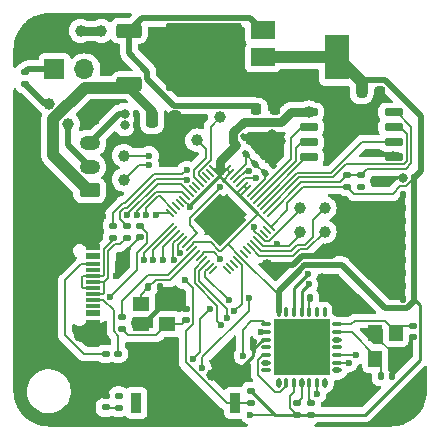
<source format=gbr>
%TF.GenerationSoftware,KiCad,Pcbnew,7.0.7*%
%TF.CreationDate,2024-03-04T03:02:07-08:00*%
%TF.ProjectId,can_magnetic_angle_sensor,63616e5f-6d61-4676-9e65-7469635f616e,rev?*%
%TF.SameCoordinates,Original*%
%TF.FileFunction,Copper,L2,Bot*%
%TF.FilePolarity,Positive*%
%FSLAX46Y46*%
G04 Gerber Fmt 4.6, Leading zero omitted, Abs format (unit mm)*
G04 Created by KiCad (PCBNEW 7.0.7) date 2024-03-04 03:02:07*
%MOMM*%
%LPD*%
G01*
G04 APERTURE LIST*
G04 Aperture macros list*
%AMRoundRect*
0 Rectangle with rounded corners*
0 $1 Rounding radius*
0 $2 $3 $4 $5 $6 $7 $8 $9 X,Y pos of 4 corners*
0 Add a 4 corners polygon primitive as box body*
4,1,4,$2,$3,$4,$5,$6,$7,$8,$9,$2,$3,0*
0 Add four circle primitives for the rounded corners*
1,1,$1+$1,$2,$3*
1,1,$1+$1,$4,$5*
1,1,$1+$1,$6,$7*
1,1,$1+$1,$8,$9*
0 Add four rect primitives between the rounded corners*
20,1,$1+$1,$2,$3,$4,$5,0*
20,1,$1+$1,$4,$5,$6,$7,0*
20,1,$1+$1,$6,$7,$8,$9,0*
20,1,$1+$1,$8,$9,$2,$3,0*%
%AMRotRect*
0 Rectangle, with rotation*
0 The origin of the aperture is its center*
0 $1 length*
0 $2 width*
0 $3 Rotation angle, in degrees counterclockwise*
0 Add horizontal line*
21,1,$1,$2,0,0,$3*%
G04 Aperture macros list end*
%TA.AperFunction,SMDPad,CuDef*%
%ADD10RoundRect,0.225000X-0.225000X-0.250000X0.225000X-0.250000X0.225000X0.250000X-0.225000X0.250000X0*%
%TD*%
%TA.AperFunction,SMDPad,CuDef*%
%ADD11R,4.800000X4.800000*%
%TD*%
%TA.AperFunction,SMDPad,CuDef*%
%ADD12RoundRect,0.075000X-0.312500X0.075000X-0.312500X-0.075000X0.312500X-0.075000X0.312500X0.075000X0*%
%TD*%
%TA.AperFunction,SMDPad,CuDef*%
%ADD13RoundRect,0.075000X-0.075000X0.312500X-0.075000X-0.312500X0.075000X-0.312500X0.075000X0.312500X0*%
%TD*%
%TA.AperFunction,SMDPad,CuDef*%
%ADD14RoundRect,0.140000X-0.140000X-0.170000X0.140000X-0.170000X0.140000X0.170000X-0.140000X0.170000X0*%
%TD*%
%TA.AperFunction,SMDPad,CuDef*%
%ADD15RoundRect,0.135000X0.185000X-0.135000X0.185000X0.135000X-0.185000X0.135000X-0.185000X-0.135000X0*%
%TD*%
%TA.AperFunction,SMDPad,CuDef*%
%ADD16R,1.200000X1.400000*%
%TD*%
%TA.AperFunction,SMDPad,CuDef*%
%ADD17RoundRect,0.250000X-0.250000X-0.475000X0.250000X-0.475000X0.250000X0.475000X-0.250000X0.475000X0*%
%TD*%
%TA.AperFunction,SMDPad,CuDef*%
%ADD18C,1.000000*%
%TD*%
%TA.AperFunction,SMDPad,CuDef*%
%ADD19RoundRect,0.135000X-0.185000X0.135000X-0.185000X-0.135000X0.185000X-0.135000X0.185000X0.135000X0*%
%TD*%
%TA.AperFunction,SMDPad,CuDef*%
%ADD20RoundRect,0.140000X-0.170000X0.140000X-0.170000X-0.140000X0.170000X-0.140000X0.170000X0.140000X0*%
%TD*%
%TA.AperFunction,SMDPad,CuDef*%
%ADD21R,0.900000X1.700000*%
%TD*%
%TA.AperFunction,SMDPad,CuDef*%
%ADD22RoundRect,0.147500X-0.172500X0.147500X-0.172500X-0.147500X0.172500X-0.147500X0.172500X0.147500X0*%
%TD*%
%TA.AperFunction,SMDPad,CuDef*%
%ADD23RoundRect,0.135000X0.135000X0.185000X-0.135000X0.185000X-0.135000X-0.185000X0.135000X-0.185000X0*%
%TD*%
%TA.AperFunction,SMDPad,CuDef*%
%ADD24RoundRect,0.140000X0.021213X-0.219203X0.219203X-0.021213X-0.021213X0.219203X-0.219203X0.021213X0*%
%TD*%
%TA.AperFunction,SMDPad,CuDef*%
%ADD25R,2.000000X1.500000*%
%TD*%
%TA.AperFunction,SMDPad,CuDef*%
%ADD26R,2.000000X3.800000*%
%TD*%
%TA.AperFunction,SMDPad,CuDef*%
%ADD27R,1.400000X1.200000*%
%TD*%
%TA.AperFunction,SMDPad,CuDef*%
%ADD28RoundRect,0.050000X0.309359X-0.238649X-0.238649X0.309359X-0.309359X0.238649X0.238649X-0.309359X0*%
%TD*%
%TA.AperFunction,SMDPad,CuDef*%
%ADD29RoundRect,0.050000X0.309359X0.238649X0.238649X0.309359X-0.309359X-0.238649X-0.238649X-0.309359X0*%
%TD*%
%TA.AperFunction,SMDPad,CuDef*%
%ADD30RotRect,3.200000X3.200000X135.000000*%
%TD*%
%TA.AperFunction,SMDPad,CuDef*%
%ADD31R,1.240000X0.600000*%
%TD*%
%TA.AperFunction,SMDPad,CuDef*%
%ADD32R,1.240000X0.300000*%
%TD*%
%TA.AperFunction,ComponentPad*%
%ADD33O,1.800000X1.000000*%
%TD*%
%TA.AperFunction,ComponentPad*%
%ADD34O,2.100000X1.000000*%
%TD*%
%TA.AperFunction,SMDPad,CuDef*%
%ADD35RoundRect,0.250000X-0.850000X-0.350000X0.850000X-0.350000X0.850000X0.350000X-0.850000X0.350000X0*%
%TD*%
%TA.AperFunction,SMDPad,CuDef*%
%ADD36RoundRect,0.250000X-1.275000X-1.125000X1.275000X-1.125000X1.275000X1.125000X-1.275000X1.125000X0*%
%TD*%
%TA.AperFunction,SMDPad,CuDef*%
%ADD37RoundRect,0.249997X-2.950003X-2.650003X2.950003X-2.650003X2.950003X2.650003X-2.950003X2.650003X0*%
%TD*%
%TA.AperFunction,ComponentPad*%
%ADD38R,1.700000X1.700000*%
%TD*%
%TA.AperFunction,ComponentPad*%
%ADD39O,1.700000X1.700000*%
%TD*%
%TA.AperFunction,SMDPad,CuDef*%
%ADD40RoundRect,0.140000X-0.021213X0.219203X-0.219203X0.021213X0.021213X-0.219203X0.219203X-0.021213X0*%
%TD*%
%TA.AperFunction,SMDPad,CuDef*%
%ADD41RoundRect,0.140000X0.140000X0.170000X-0.140000X0.170000X-0.140000X-0.170000X0.140000X-0.170000X0*%
%TD*%
%TA.AperFunction,ComponentPad*%
%ADD42RoundRect,0.250000X0.625000X-0.350000X0.625000X0.350000X-0.625000X0.350000X-0.625000X-0.350000X0*%
%TD*%
%TA.AperFunction,ComponentPad*%
%ADD43O,1.750000X1.200000*%
%TD*%
%TA.AperFunction,SMDPad,CuDef*%
%ADD44RoundRect,0.150000X0.650000X0.150000X-0.650000X0.150000X-0.650000X-0.150000X0.650000X-0.150000X0*%
%TD*%
%TA.AperFunction,ViaPad*%
%ADD45C,1.000000*%
%TD*%
%TA.AperFunction,ViaPad*%
%ADD46C,0.600000*%
%TD*%
%TA.AperFunction,ViaPad*%
%ADD47C,0.800000*%
%TD*%
%TA.AperFunction,ViaPad*%
%ADD48C,1.500000*%
%TD*%
%TA.AperFunction,Conductor*%
%ADD49C,0.200000*%
%TD*%
%TA.AperFunction,Conductor*%
%ADD50C,0.250000*%
%TD*%
%TA.AperFunction,Conductor*%
%ADD51C,1.000000*%
%TD*%
%TA.AperFunction,Conductor*%
%ADD52C,0.500000*%
%TD*%
%TA.AperFunction,Conductor*%
%ADD53C,0.400000*%
%TD*%
%TA.AperFunction,Conductor*%
%ADD54C,0.300000*%
%TD*%
%TA.AperFunction,Conductor*%
%ADD55C,0.750000*%
%TD*%
G04 APERTURE END LIST*
D10*
%TO.P,C17,1*%
%TO.N,+5V*%
X40575000Y-28150000D03*
%TO.P,C17,2*%
%TO.N,GND*%
X42125000Y-28150000D03*
%TD*%
%TO.P,C20,1*%
%TO.N,+3.3V*%
X49475000Y-26700000D03*
%TO.P,C20,2*%
%TO.N,GND*%
X51025000Y-26700000D03*
%TD*%
D11*
%TO.P,U5,29*%
%TO.N,N/C*%
X44400000Y-48300000D03*
D12*
%TO.P,U5,28,RXD*%
%TO.N,Net-(U5-RXD)*%
X41412500Y-46350000D03*
%TO.P,U5,27,VDDA*%
%TO.N,+5V*%
X41412500Y-47000000D03*
%TO.P,U5,26,VSS*%
%TO.N,GND*%
X41412500Y-47650000D03*
%TO.P,U5,25,NC*%
%TO.N,unconnected-(U5-NC-Pad25)*%
X41412500Y-48300000D03*
%TO.P,U5,24,TXD*%
%TO.N,Net-(U5-TXD)*%
X41412500Y-48950000D03*
%TO.P,U5,23,~{Tx0RTS}*%
%TO.N,/TX0RTS*%
X41412500Y-49600000D03*
%TO.P,U5,22,CLKOUT*%
%TO.N,unconnected-(U5-CLKOUT-Pad22)*%
X41412500Y-50250000D03*
D13*
%TO.P,U5,21,RxCAN*%
%TO.N,Net-(U5-RXD)*%
X42450000Y-51287500D03*
%TO.P,U5,20,TxCAN*%
%TO.N,Net-(U5-TXD)*%
X43100000Y-51287500D03*
%TO.P,U5,19,VDD*%
%TO.N,+3.3V*%
X43750000Y-51287500D03*
%TO.P,U5,18,~{RESET}*%
%TO.N,/CAN_RESET*%
X44400000Y-51287500D03*
%TO.P,U5,17,~{CS}*%
%TO.N,/CAN_CS*%
X45050000Y-51287500D03*
%TO.P,U5,16,SO*%
%TO.N,/MISO*%
X45700000Y-51287500D03*
%TO.P,U5,15,SI*%
%TO.N,/MOSI*%
X46350000Y-51287500D03*
D12*
%TO.P,U5,14,SCK*%
%TO.N,/SCK*%
X47387500Y-50250000D03*
%TO.P,U5,13,~{INT}*%
%TO.N,/CAN_INT*%
X47387500Y-49600000D03*
%TO.P,U5,12,~{Rx0BF}*%
%TO.N,/RX0BF*%
X47387500Y-48950000D03*
%TO.P,U5,11,~{Rx1BF}*%
%TO.N,unconnected-(U5-~{Rx1BF}-Pad11)*%
X47387500Y-48300000D03*
%TO.P,U5,10,GND*%
%TO.N,GND*%
X47387500Y-47650000D03*
%TO.P,U5,9,OSC1*%
%TO.N,Net-(U5-OSC1)*%
X47387500Y-47000000D03*
%TO.P,U5,8,OSC2*%
%TO.N,Net-(U5-OSC2)*%
X47387500Y-46350000D03*
D13*
%TO.P,U5,7,~{Tx2RTS}*%
%TO.N,unconnected-(U5-~{Tx2RTS}-Pad7)*%
X46350000Y-45312500D03*
%TO.P,U5,6,~{Tx1RTS}*%
%TO.N,unconnected-(U5-~{Tx1RTS}-Pad6)*%
X45700000Y-45312500D03*
%TO.P,U5,5,STBY*%
%TO.N,/CAN_STBY*%
X45050000Y-45312500D03*
%TO.P,U5,4,CANH*%
%TO.N,/CAN_H*%
X44400000Y-45312500D03*
%TO.P,U5,3,CANL*%
%TO.N,/CAN_L*%
X43750000Y-45312500D03*
%TO.P,U5,2,NC*%
%TO.N,unconnected-(U5-NC-Pad2)*%
X43100000Y-45312500D03*
%TO.P,U5,1,VIO*%
%TO.N,+3.3V*%
X42450000Y-45312500D03*
%TD*%
D14*
%TO.P,C11,2*%
%TO.N,+3.3V*%
X53940000Y-35400000D03*
%TO.P,C11,1*%
%TO.N,GND*%
X52980000Y-35400000D03*
%TD*%
D15*
%TO.P,R11,1*%
%TO.N,+3.3V*%
X45200000Y-54010000D03*
%TO.P,R11,2*%
%TO.N,/CAN_CS*%
X45200000Y-52990000D03*
%TD*%
D16*
%TO.P,Y2,4,4*%
%TO.N,GND*%
X52350000Y-49250000D03*
%TO.P,Y2,3,3*%
%TO.N,Net-(U5-OSC2)*%
X52350000Y-47050000D03*
%TO.P,Y2,2,2*%
%TO.N,GND*%
X50650000Y-47050000D03*
%TO.P,Y2,1,1*%
%TO.N,Net-(U5-OSC1)*%
X50650000Y-49250000D03*
%TD*%
D14*
%TO.P,C23,1*%
%TO.N,Net-(U5-OSC1)*%
X51100000Y-50750000D03*
%TO.P,C23,2*%
%TO.N,GND*%
X52060000Y-50750000D03*
%TD*%
%TO.P,C4,1*%
%TO.N,/CAN_H*%
X29420000Y-29500000D03*
%TO.P,C4,2*%
%TO.N,GND*%
X30380000Y-29500000D03*
%TD*%
%TO.P,C5,1*%
%TO.N,/CAN_L*%
X29420000Y-28500000D03*
%TO.P,C5,2*%
%TO.N,GND*%
X30380000Y-28500000D03*
%TD*%
D17*
%TO.P,C12,1*%
%TO.N,+24V*%
X31750000Y-29000000D03*
%TO.P,C12,2*%
%TO.N,GND*%
X33650000Y-29000000D03*
%TD*%
D18*
%TO.P,GND,1,1*%
%TO.N,GND*%
X23600000Y-21500000D03*
%TD*%
D14*
%TO.P,C14,2*%
%TO.N,+3.3V*%
X53940000Y-37600000D03*
%TO.P,C14,1*%
%TO.N,GND*%
X52980000Y-37600000D03*
%TD*%
D19*
%TO.P,R7,2*%
%TO.N,/RUN*%
X40100000Y-53010000D03*
%TO.P,R7,1*%
%TO.N,+3.3V*%
X40100000Y-51990000D03*
%TD*%
D20*
%TO.P,C22,2*%
%TO.N,GND*%
X53800000Y-47430000D03*
%TO.P,C22,1*%
%TO.N,Net-(U5-OSC2)*%
X53800000Y-46470000D03*
%TD*%
D21*
%TO.P,BOOT,1,1*%
%TO.N,GND*%
X33800000Y-53000000D03*
%TO.P,BOOT,2,2*%
%TO.N,/~{USB_BOOT}*%
X30400000Y-53000000D03*
%TD*%
D14*
%TO.P,C16,2*%
%TO.N,+3.3V*%
X53940000Y-39800000D03*
%TO.P,C16,1*%
%TO.N,GND*%
X52980000Y-39800000D03*
%TD*%
D21*
%TO.P,RESET,2,2*%
%TO.N,/RUN*%
X38800000Y-53000000D03*
%TO.P,RESET,1,1*%
%TO.N,GND*%
X35400000Y-53000000D03*
%TD*%
D18*
%TO.P,SDA,1,1*%
%TO.N,/SDA*%
X44300000Y-36500000D03*
%TD*%
D22*
%TO.P,D1,1,K*%
%TO.N,GND*%
X27800000Y-52415000D03*
%TO.P,D1,2,A*%
%TO.N,Net-(D1-A)*%
X27800000Y-53385000D03*
%TD*%
D14*
%TO.P,C13,2*%
%TO.N,+3.3V*%
X53940000Y-36500000D03*
%TO.P,C13,1*%
%TO.N,GND*%
X52980000Y-36500000D03*
%TD*%
D15*
%TO.P,R1,1*%
%TO.N,Net-(D1-A)*%
X28900000Y-53410000D03*
%TO.P,R1,2*%
%TO.N,/LED*%
X28900000Y-52390000D03*
%TD*%
D14*
%TO.P,C21,2*%
%TO.N,+3.3V*%
X53940000Y-43100000D03*
%TO.P,C21,1*%
%TO.N,GND*%
X52980000Y-43100000D03*
%TD*%
%TO.P,C15,2*%
%TO.N,+3.3V*%
X53940000Y-38700000D03*
%TO.P,C15,1*%
%TO.N,GND*%
X52980000Y-38700000D03*
%TD*%
D23*
%TO.P,R10,1*%
%TO.N,GND*%
X46110000Y-44100000D03*
%TO.P,R10,2*%
%TO.N,/CAN_STBY*%
X45090000Y-44100000D03*
%TD*%
D18*
%TO.P,3.3V,1,1*%
%TO.N,+3.3V*%
X25700000Y-21500000D03*
%TD*%
D19*
%TO.P,R3,1*%
%TO.N,Net-(J2-CC2)*%
X27800000Y-48840000D03*
%TO.P,R3,2*%
%TO.N,GND*%
X27800000Y-49860000D03*
%TD*%
D18*
%TO.P,SCL,1,1*%
%TO.N,/SCL*%
X44300000Y-38500000D03*
%TD*%
D14*
%TO.P,C19,2*%
%TO.N,+3.3V*%
X53940000Y-42000000D03*
%TO.P,C19,1*%
%TO.N,GND*%
X52980000Y-42000000D03*
%TD*%
D15*
%TO.P,R12,1*%
%TO.N,+3.3V*%
X44000000Y-54010000D03*
%TO.P,R12,2*%
%TO.N,/CAN_RESET*%
X44000000Y-52990000D03*
%TD*%
D14*
%TO.P,C24,2*%
%TO.N,+3.3V*%
X53940000Y-44200000D03*
%TO.P,C24,1*%
%TO.N,GND*%
X52980000Y-44200000D03*
%TD*%
%TO.P,C18,2*%
%TO.N,+3.3V*%
X53940000Y-40900000D03*
%TO.P,C18,1*%
%TO.N,GND*%
X52980000Y-40900000D03*
%TD*%
D19*
%TO.P,R4,1*%
%TO.N,Net-(J2-CC1)*%
X28850000Y-48840000D03*
%TO.P,R4,2*%
%TO.N,GND*%
X28850000Y-49860000D03*
%TD*%
D20*
%TO.P,C1,1*%
%TO.N,+3.3V*%
X30700000Y-38020000D03*
%TO.P,C1,2*%
%TO.N,GND*%
X30700000Y-38980000D03*
%TD*%
D15*
%TO.P,R8,1*%
%TO.N,/USB_D+*%
X28400000Y-39010000D03*
%TO.P,R8,2*%
%TO.N,Net-(U3-USB_DP)*%
X28400000Y-37990000D03*
%TD*%
D18*
%TO.P,SWD,1,1*%
%TO.N,Net-(U3-SWD)*%
X29350000Y-34100000D03*
%TD*%
%TO.P,SWCLK,1,1*%
%TO.N,Net-(U3-SWCLK)*%
X29350000Y-32050000D03*
%TD*%
D24*
%TO.P,C9,1*%
%TO.N,+1V1*%
X41260589Y-33539411D03*
%TO.P,C9,2*%
%TO.N,GND*%
X41939411Y-32860589D03*
%TD*%
D25*
%TO.P,U6,1,GND*%
%TO.N,GND*%
X41100000Y-26050000D03*
%TO.P,U6,2,VO*%
%TO.N,+3.3V*%
X41100000Y-23750000D03*
D26*
X47400000Y-23750000D03*
D25*
%TO.P,U6,3,VI*%
%TO.N,+5V*%
X41100000Y-21450000D03*
%TD*%
D27*
%TO.P,Y1,4,4*%
%TO.N,GND*%
X33000000Y-44650000D03*
%TO.P,Y1,3,3*%
%TO.N,/XIN*%
X30800000Y-44650000D03*
%TO.P,Y1,2,2*%
%TO.N,GND*%
X30800000Y-46350000D03*
%TO.P,Y1,1,1*%
%TO.N,Net-(C3-Pad2)*%
X33000000Y-46350000D03*
%TD*%
D28*
%TO.P,U3,1,IOVDD*%
%TO.N,+3.3V*%
X41769157Y-38092202D03*
%TO.P,U3,2,GPIO0*%
%TO.N,unconnected-(U3-GPIO0-Pad2)*%
X41486314Y-38375045D03*
%TO.P,U3,3,GPIO1*%
%TO.N,unconnected-(U3-GPIO1-Pad3)*%
X41203472Y-38657887D03*
%TO.P,U3,4,GPIO2*%
%TO.N,/SDA*%
X40920629Y-38940730D03*
%TO.P,U3,5,GPIO3*%
%TO.N,/SCL*%
X40637786Y-39223573D03*
%TO.P,U3,6,GPIO4*%
%TO.N,Net-(U3-GPIO4)*%
X40354944Y-39506415D03*
%TO.P,U3,7,GPIO5*%
%TO.N,Net-(U3-GPIO5)*%
X40072101Y-39789258D03*
%TO.P,U3,8,GPIO6*%
%TO.N,unconnected-(U3-GPIO6-Pad8)*%
X39789258Y-40072101D03*
%TO.P,U3,9,GPIO7*%
%TO.N,unconnected-(U3-GPIO7-Pad9)*%
X39506415Y-40354944D03*
%TO.P,U3,10,IOVDD*%
%TO.N,+3.3V*%
X39223573Y-40637786D03*
%TO.P,U3,11,GPIO8*%
%TO.N,/MISO*%
X38940730Y-40920629D03*
%TO.P,U3,12,GPIO9*%
%TO.N,unconnected-(U3-GPIO9-Pad12)*%
X38657887Y-41203472D03*
%TO.P,U3,13,GPIO10*%
%TO.N,unconnected-(U3-GPIO10-Pad13)*%
X38375045Y-41486314D03*
%TO.P,U3,14,GPIO11*%
%TO.N,unconnected-(U3-GPIO11-Pad14)*%
X38092202Y-41769157D03*
D29*
%TO.P,U3,15,GPIO12*%
%TO.N,unconnected-(U3-GPIO12-Pad15)*%
X36907798Y-41769157D03*
%TO.P,U3,16,GPIO13*%
%TO.N,/LED*%
X36624955Y-41486314D03*
%TO.P,U3,17,GPIO14*%
%TO.N,/SCK*%
X36342113Y-41203472D03*
%TO.P,U3,18,GPIO15*%
%TO.N,/MOSI*%
X36059270Y-40920629D03*
%TO.P,U3,19,TESTEN*%
%TO.N,GND*%
X35776427Y-40637786D03*
%TO.P,U3,20,XIN*%
%TO.N,/XIN*%
X35493585Y-40354944D03*
%TO.P,U3,21,XOUT*%
%TO.N,/XOUT*%
X35210742Y-40072101D03*
%TO.P,U3,22,IOVDD*%
%TO.N,+3.3V*%
X34927899Y-39789258D03*
%TO.P,U3,23,DVDD*%
%TO.N,+1V1*%
X34645056Y-39506415D03*
%TO.P,U3,24,SWCLK*%
%TO.N,Net-(U3-SWCLK)*%
X34362214Y-39223573D03*
%TO.P,U3,25,SWD*%
%TO.N,Net-(U3-SWD)*%
X34079371Y-38940730D03*
%TO.P,U3,26,RUN*%
%TO.N,/RUN*%
X33796528Y-38657887D03*
%TO.P,U3,27,GPIO16*%
%TO.N,/CAN_STBY*%
X33513686Y-38375045D03*
%TO.P,U3,28,GPIO17*%
%TO.N,/TX0RTS*%
X33230843Y-38092202D03*
D28*
%TO.P,U3,29,GPIO18*%
%TO.N,/CAN_RESET*%
X33230843Y-36907798D03*
%TO.P,U3,30,GPIO19*%
%TO.N,/CAN_CS*%
X33513686Y-36624955D03*
%TO.P,U3,31,GPIO20*%
%TO.N,unconnected-(U3-GPIO20-Pad31)*%
X33796528Y-36342113D03*
%TO.P,U3,32,GPIO21*%
%TO.N,unconnected-(U3-GPIO21-Pad32)*%
X34079371Y-36059270D03*
%TO.P,U3,33,IOVDD*%
%TO.N,+3.3V*%
X34362214Y-35776427D03*
%TO.P,U3,34,GPIO22*%
%TO.N,/CAN_INT*%
X34645056Y-35493585D03*
%TO.P,U3,35,GPIO23*%
%TO.N,/RX0BF*%
X34927899Y-35210742D03*
%TO.P,U3,36,GPIO24*%
%TO.N,unconnected-(U3-GPIO24-Pad36)*%
X35210742Y-34927899D03*
%TO.P,U3,37,GPIO25*%
%TO.N,unconnected-(U3-GPIO25-Pad37)*%
X35493585Y-34645056D03*
%TO.P,U3,38,GPIO26_ADC0*%
%TO.N,Net-(U3-GPIO26_ADC0)*%
X35776427Y-34362214D03*
%TO.P,U3,39,GPIO27_ADC1*%
%TO.N,Net-(U3-GPIO27_ADC1)*%
X36059270Y-34079371D03*
%TO.P,U3,40,GPIO28_ADC2*%
%TO.N,unconnected-(U3-GPIO28_ADC2-Pad40)*%
X36342113Y-33796528D03*
%TO.P,U3,41,GPIO29_ADC3*%
%TO.N,unconnected-(U3-GPIO29_ADC3-Pad41)*%
X36624955Y-33513686D03*
%TO.P,U3,42,IOVDD*%
%TO.N,+3.3V*%
X36907798Y-33230843D03*
D29*
%TO.P,U3,43,ADC_AVDD*%
X38092202Y-33230843D03*
%TO.P,U3,44,VREG_IN*%
X38375045Y-33513686D03*
%TO.P,U3,45,VREG_VOUT*%
%TO.N,+1V1*%
X38657887Y-33796528D03*
%TO.P,U3,46,USB_DM*%
%TO.N,Net-(U3-USB_DM)*%
X38940730Y-34079371D03*
%TO.P,U3,47,USB_DP*%
%TO.N,Net-(U3-USB_DP)*%
X39223573Y-34362214D03*
%TO.P,U3,48,USB_VDD*%
%TO.N,+3.3V*%
X39506415Y-34645056D03*
%TO.P,U3,49,IOVDD*%
X39789258Y-34927899D03*
%TO.P,U3,50,DVDD*%
%TO.N,+1V1*%
X40072101Y-35210742D03*
%TO.P,U3,51,QSPI_SD3*%
%TO.N,/QSPI_SD3*%
X40354944Y-35493585D03*
%TO.P,U3,52,QSPI_SCLK*%
%TO.N,/QSPI_SCK*%
X40637786Y-35776427D03*
%TO.P,U3,53,QSPI_SD0*%
%TO.N,/QSPI_SD0*%
X40920629Y-36059270D03*
%TO.P,U3,54,QSPI_SD2*%
%TO.N,/QSPI_SD2*%
X41203472Y-36342113D03*
%TO.P,U3,55,QSPI_SD1*%
%TO.N,/QSPI_SD1*%
X41486314Y-36624955D03*
%TO.P,U3,56,QSPI_SS*%
%TO.N,/QSPI_SS*%
X41769157Y-36907798D03*
D30*
%TO.P,U3,57,GND*%
%TO.N,GND*%
X37500000Y-37500000D03*
%TD*%
D19*
%TO.P,R13,1*%
%TO.N,Net-(J3-Pin_1)*%
X21000000Y-24990000D03*
%TO.P,R13,2*%
%TO.N,/CAN_H*%
X21000000Y-26010000D03*
%TD*%
D31*
%TO.P,J2,A1,GND*%
%TO.N,GND*%
X26725000Y-46200000D03*
%TO.P,J2,A4,VBUS*%
%TO.N,VBUS*%
X26725000Y-45400000D03*
D32*
%TO.P,J2,A5,CC1*%
%TO.N,Net-(J2-CC1)*%
X26725000Y-44250000D03*
%TO.P,J2,A6,D+*%
%TO.N,/USB_D+*%
X26725000Y-43250000D03*
%TO.P,J2,A7,D-*%
%TO.N,/USB_D-*%
X26725000Y-42750000D03*
%TO.P,J2,A8,SBU1*%
%TO.N,unconnected-(J2-SBU1-PadA8)*%
X26725000Y-41750000D03*
D31*
%TO.P,J2,A9,VBUS*%
%TO.N,VBUS*%
X26725000Y-40600000D03*
%TO.P,J2,A12,GND*%
%TO.N,GND*%
X26725000Y-39800000D03*
%TO.P,J2,B1,GND*%
X26725000Y-39800000D03*
%TO.P,J2,B4,VBUS*%
%TO.N,VBUS*%
X26725000Y-40600000D03*
D32*
%TO.P,J2,B5,CC2*%
%TO.N,Net-(J2-CC2)*%
X26725000Y-41250000D03*
%TO.P,J2,B6,D+*%
%TO.N,/USB_D+*%
X26725000Y-42250000D03*
%TO.P,J2,B7,D-*%
%TO.N,/USB_D-*%
X26725000Y-43750000D03*
%TO.P,J2,B8,SBU2*%
%TO.N,unconnected-(J2-SBU2-PadB8)*%
X26725000Y-44750000D03*
D31*
%TO.P,J2,B9,VBUS*%
%TO.N,VBUS*%
X26725000Y-45400000D03*
%TO.P,J2,B12,GND*%
%TO.N,GND*%
X26725000Y-46200000D03*
D33*
%TO.P,J2,S1,SHIELD*%
X21925000Y-47320000D03*
D34*
X26125000Y-47320000D03*
D33*
X21925000Y-38680000D03*
D34*
X26125000Y-38680000D03*
%TD*%
D24*
%TO.P,C10,1*%
%TO.N,+1V1*%
X40460589Y-32739411D03*
%TO.P,C10,2*%
%TO.N,GND*%
X41139411Y-32060589D03*
%TD*%
D35*
%TO.P,U4,1,VI*%
%TO.N,+24V*%
X29800000Y-26030000D03*
D36*
%TO.P,U4,2,GND*%
%TO.N,GND*%
X34425000Y-22225000D03*
X34425000Y-25275000D03*
D37*
X36100000Y-23750000D03*
D36*
X37775000Y-22225000D03*
X37775000Y-25275000D03*
D35*
%TO.P,U4,3,VO*%
%TO.N,+5V*%
X29800000Y-21470000D03*
%TD*%
D38*
%TO.P,J3,1,Pin_1*%
%TO.N,Net-(J3-Pin_1)*%
X23475000Y-24750000D03*
D39*
%TO.P,J3,2,Pin_2*%
%TO.N,/CAN_L*%
X26015000Y-24750000D03*
%TD*%
D18*
%TO.P,ADC1,1,1*%
%TO.N,Net-(U3-GPIO27_ADC1)*%
X37500000Y-28800000D03*
%TD*%
D40*
%TO.P,C8,1*%
%TO.N,GND*%
X39539411Y-30460589D03*
%TO.P,C8,2*%
%TO.N,+3.3V*%
X38860589Y-31139411D03*
%TD*%
D41*
%TO.P,C2,1*%
%TO.N,GND*%
X32380000Y-43200001D03*
%TO.P,C2,2*%
%TO.N,/XIN*%
X31420000Y-43200001D03*
%TD*%
D18*
%TO.P,D5,1,1*%
%TO.N,Net-(U3-GPIO5)*%
X46350000Y-38500000D03*
%TD*%
D19*
%TO.P,R6,1*%
%TO.N,/QSPI_SS*%
X48250000Y-33690000D03*
%TO.P,R6,2*%
%TO.N,+3.3V*%
X48250000Y-34710000D03*
%TD*%
D42*
%TO.P,J1,1,Pin_1*%
%TO.N,+24V*%
X26450000Y-35000000D03*
D43*
%TO.P,J1,2,Pin_2*%
%TO.N,/CAN_H*%
X26450000Y-33000000D03*
%TO.P,J1,3,Pin_3*%
%TO.N,/CAN_L*%
X26450000Y-31000000D03*
%TO.P,J1,4,Pin_4*%
%TO.N,GND*%
X26450000Y-29000000D03*
%TD*%
D44*
%TO.P,U2,1,~{CS}*%
%TO.N,/QSPI_SS*%
X52200000Y-28395000D03*
%TO.P,U2,2,DO(IO1)*%
%TO.N,/QSPI_SD1*%
X52200000Y-29665000D03*
%TO.P,U2,3,IO2*%
%TO.N,/QSPI_SD2*%
X52200000Y-30935000D03*
%TO.P,U2,4,GND*%
%TO.N,GND*%
X52200000Y-32205000D03*
%TO.P,U2,5,DI(IO0)*%
%TO.N,/QSPI_SD0*%
X45000000Y-32205000D03*
%TO.P,U2,6,CLK*%
%TO.N,/QSPI_SCK*%
X45000000Y-30935000D03*
%TO.P,U2,7,IO3*%
%TO.N,/QSPI_SD3*%
X45000000Y-29665000D03*
%TO.P,U2,8,VCC*%
%TO.N,+3.3V*%
X45000000Y-28395000D03*
%TD*%
D41*
%TO.P,C6,2*%
%TO.N,GND*%
X52970000Y-33950000D03*
%TO.P,C6,1*%
%TO.N,+3.3V*%
X53930000Y-33950000D03*
%TD*%
D15*
%TO.P,R9,1*%
%TO.N,/USB_D-*%
X29600000Y-39010000D03*
%TO.P,R9,2*%
%TO.N,Net-(U3-USB_DM)*%
X29600000Y-37990000D03*
%TD*%
D18*
%TO.P,ADC0,1,1*%
%TO.N,Net-(U3-GPIO26_ADC0)*%
X35550000Y-30750000D03*
%TD*%
D20*
%TO.P,C3,1*%
%TO.N,GND*%
X34600000Y-45020001D03*
%TO.P,C3,2*%
%TO.N,Net-(C3-Pad2)*%
X34600000Y-45980001D03*
%TD*%
D18*
%TO.P,D4,1,1*%
%TO.N,Net-(U3-GPIO4)*%
X46350000Y-36500000D03*
%TD*%
D15*
%TO.P,R5,1*%
%TO.N,/~{USB_BOOT}*%
X49450000Y-34710000D03*
%TO.P,R5,2*%
%TO.N,/QSPI_SS*%
X49450000Y-33690000D03*
%TD*%
%TO.P,R2,1*%
%TO.N,Net-(C3-Pad2)*%
X29200000Y-46710001D03*
%TO.P,R2,2*%
%TO.N,/XOUT*%
X29200000Y-45690001D03*
%TD*%
D24*
%TO.P,C7,1*%
%TO.N,+1V1*%
X39660589Y-31939411D03*
%TO.P,C7,2*%
%TO.N,GND*%
X40339411Y-31260589D03*
%TD*%
D45*
%TO.N,GND*%
X21950000Y-21500000D03*
X35400000Y-53000000D03*
X36818411Y-50637747D03*
%TO.N,/CAN_H*%
X24648175Y-29398175D03*
X22976825Y-27676825D03*
%TO.N,GND*%
X46950000Y-31700000D03*
X47400000Y-28400000D03*
X46150000Y-42500000D03*
D46*
X37500000Y-40800000D03*
D45*
X41450000Y-41350000D03*
D47*
X28300000Y-35400000D03*
X34700000Y-32000000D03*
X42650000Y-30850000D03*
X41900000Y-30250000D03*
D48*
X37500000Y-38250000D03*
X37500000Y-36400000D03*
D46*
X28644500Y-42213225D03*
%TO.N,+3.3V*%
X40050000Y-54000000D03*
X28196411Y-44003589D03*
%TO.N,/~{USB_BOOT}*%
X30400000Y-53000000D03*
X35970790Y-50072968D03*
X39916746Y-44149500D03*
X49450000Y-34680500D03*
D48*
%TO.N,GND*%
X31650000Y-23100000D03*
X44050000Y-26000000D03*
D45*
X49300000Y-38200000D03*
X53050000Y-53250000D03*
X49450000Y-51900000D03*
X30800000Y-46350000D03*
D46*
X50650000Y-47050000D03*
X47400000Y-47650000D03*
%TO.N,+5V*%
X41100000Y-21450000D03*
X40992504Y-46993996D03*
%TO.N,VBUS*%
X26725000Y-45400000D03*
X26725000Y-40600000D03*
%TO.N,/LED*%
X35213251Y-49315429D03*
X28900000Y-52390000D03*
X38250000Y-44300000D03*
X36650500Y-45082684D03*
%TO.N,/RUN*%
X34500500Y-42600000D03*
%TO.N,/MISO*%
X45700000Y-52250000D03*
%TO.N,/SCK*%
X47387500Y-50250000D03*
%TO.N,/MOSI*%
X46350000Y-51287500D03*
%TO.N,Net-(U5-RXD)*%
X39457004Y-48993496D03*
%TO.N,/RX0BF*%
X49000000Y-48942655D03*
%TO.N,/CAN_INT*%
X48400000Y-49600000D03*
%TO.N,/CAN_CS*%
X45200000Y-52990000D03*
%TO.N,/CAN_RESET*%
X44400000Y-51287500D03*
%TO.N,Net-(U5-RXD)*%
X42450000Y-51300000D03*
%TO.N,/TX0RTS*%
X41400000Y-49600000D03*
%TO.N,/CAN_H*%
X44996345Y-42900977D03*
%TO.N,/CAN_L*%
X44950000Y-42099500D03*
%TO.N,/MISO*%
X38671830Y-45228631D03*
%TO.N,/SCK*%
X38100498Y-45787902D03*
%TO.N,/MOSI*%
X37566804Y-46383196D03*
%TO.N,/CAN_STBY*%
X45090000Y-44100000D03*
%TO.N,Net-(U3-USB_DP)*%
X34683254Y-33300000D03*
%TO.N,Net-(U3-SWD)*%
X31500000Y-32850000D03*
%TO.N,Net-(U3-USB_DM)*%
X34705560Y-34099191D03*
%TO.N,/TX0RTS*%
X31050497Y-40900000D03*
%TO.N,/CAN_STBY*%
X31850000Y-40900000D03*
%TO.N,/RUN*%
X32650000Y-40900000D03*
%TO.N,/CAN_RESET*%
X32049006Y-37100000D03*
%TO.N,/CAN_CS*%
X31249503Y-37100000D03*
%TO.N,/CAN_INT*%
X30450000Y-37100000D03*
%TO.N,/RX0BF*%
X29650497Y-37100000D03*
%TO.N,+3.3V*%
X34932884Y-36374387D03*
%TO.N,Net-(U3-SWCLK)*%
X31500000Y-32050497D03*
%TO.N,Net-(U3-SWD)*%
X33558957Y-40876064D03*
%TO.N,Net-(U3-SWCLK)*%
X34124291Y-40310730D03*
%TO.N,+1V1*%
X39660589Y-31939411D03*
X37506154Y-34712378D03*
D45*
%TO.N,+3.3V*%
X41100000Y-23750000D03*
X27450000Y-21500000D03*
D46*
%TO.N,/SCL*%
X42279931Y-39517746D03*
%TO.N,Net-(U3-USB_DP)*%
X40517510Y-33917510D03*
%TO.N,Net-(U3-USB_DM)*%
X39960518Y-33341720D03*
D45*
%TO.N,+3.3V*%
X45000000Y-28395000D03*
X49500000Y-26700000D03*
D47*
%TO.N,GND*%
X52970000Y-33950000D03*
X52150000Y-32105500D03*
D46*
%TO.N,/SDA*%
X40398432Y-38136397D03*
D47*
%TO.N,/CAN_H*%
X29420000Y-29500000D03*
%TO.N,/CAN_L*%
X29420000Y-28500000D03*
%TD*%
D49*
%TO.N,/SCL*%
X44300000Y-38754314D02*
X44300000Y-38500000D01*
X41131462Y-39717246D02*
X43337068Y-39717246D01*
X40637786Y-39223573D02*
X41131462Y-39717246D01*
X43337068Y-39717246D02*
X44300000Y-38754314D01*
%TO.N,Net-(U3-GPIO4)*%
X45350000Y-37500000D02*
X46350000Y-36500000D01*
X44684314Y-39600000D02*
X45350000Y-38934314D01*
X44020000Y-39600000D02*
X44684314Y-39600000D01*
X40965777Y-40117246D02*
X43502754Y-40117246D01*
X43502754Y-40117246D02*
X44020000Y-39600000D01*
X40354944Y-39506415D02*
X40965777Y-40117246D01*
X45350000Y-38934314D02*
X45350000Y-37500000D01*
%TO.N,Net-(U3-GPIO5)*%
X44849999Y-40000000D02*
X46350000Y-38500000D01*
X43703825Y-40517246D02*
X44221072Y-40000000D01*
X40800092Y-40517246D02*
X43703825Y-40517246D01*
X40072101Y-39789258D02*
X40800092Y-40517246D01*
X44221072Y-40000000D02*
X44849999Y-40000000D01*
%TO.N,/SDA*%
X44300000Y-36640000D02*
X44300000Y-36500000D01*
X41622754Y-39317246D02*
X44300000Y-36640000D01*
X40920629Y-38940730D02*
X41297147Y-39317246D01*
X41297147Y-39317246D02*
X41622754Y-39317246D01*
%TO.N,+1V1*%
X35581497Y-38569977D02*
X34645056Y-39506415D01*
X34937258Y-37925738D02*
X35581497Y-38569977D01*
X37515487Y-34784513D02*
X34937258Y-37362742D01*
X34937258Y-37362742D02*
X34937258Y-37925738D01*
X37515487Y-34738402D02*
X37515487Y-34784513D01*
%TO.N,/RUN*%
X34600000Y-49550000D02*
X38050000Y-53000000D01*
X35210000Y-46302255D02*
X34600000Y-46912255D01*
X34600000Y-46912255D02*
X34600000Y-49550000D01*
X35210000Y-43309500D02*
X35210000Y-46302255D01*
X34500500Y-42600000D02*
X35210000Y-43309500D01*
X38050000Y-53000000D02*
X38800000Y-53000000D01*
D50*
%TO.N,GND*%
X38712253Y-50637747D02*
X36818411Y-50637747D01*
X40300000Y-48459315D02*
X40300000Y-49050000D01*
X40300000Y-49050000D02*
X38712253Y-50637747D01*
X41109315Y-47650000D02*
X40300000Y-48459315D01*
X41412500Y-47650000D02*
X41109315Y-47650000D01*
D49*
%TO.N,/~{USB_BOOT}*%
X35970790Y-49129210D02*
X35970790Y-50072968D01*
X39916746Y-44149500D02*
X39916746Y-45183254D01*
X39916746Y-45183254D02*
X35970790Y-49129210D01*
D51*
%TO.N,+24V*%
X26336522Y-35000000D02*
X26450000Y-35000000D01*
X23350000Y-32013478D02*
X26336522Y-35000000D01*
X23350000Y-29000000D02*
X23350000Y-32013478D01*
X29530000Y-26300000D02*
X26050000Y-26300000D01*
X26050000Y-26300000D02*
X23350000Y-29000000D01*
X29800000Y-26030000D02*
X29530000Y-26300000D01*
D52*
%TO.N,/CAN_H*%
X22666825Y-27676825D02*
X21000000Y-26010000D01*
X22976825Y-27676825D02*
X22666825Y-27676825D01*
X24648175Y-29398175D02*
X24648175Y-31198175D01*
X24648175Y-31198175D02*
X26450000Y-33000000D01*
D49*
%TO.N,/LED*%
X36248439Y-41862832D02*
X36624955Y-41486314D01*
X38250000Y-44300000D02*
X36248439Y-42298439D01*
X36248439Y-42298439D02*
X36248439Y-41862832D01*
X35834500Y-45898684D02*
X36650500Y-45082684D01*
X35834500Y-48694180D02*
X35834500Y-45898684D01*
X35213251Y-49315429D02*
X35834500Y-48694180D01*
%TO.N,GND*%
X28644500Y-41035500D02*
X30700000Y-38980000D01*
X28644500Y-42213225D02*
X28644500Y-41035500D01*
%TO.N,+3.3V*%
X39223573Y-40637786D02*
X38143150Y-39557363D01*
D50*
%TO.N,/CAN_L*%
X44913938Y-42099500D02*
X44950000Y-42099500D01*
X43750000Y-45312500D02*
X43750000Y-43263438D01*
X43750000Y-43263438D02*
X44913938Y-42099500D01*
D49*
%TO.N,GND*%
X36961270Y-40261270D02*
X37500000Y-40800000D01*
X36152945Y-40261270D02*
X36961270Y-40261270D01*
X35776427Y-40637786D02*
X36152945Y-40261270D01*
D52*
X46950000Y-40550000D02*
X49300000Y-38200000D01*
X43648889Y-41350000D02*
X44448889Y-40550000D01*
X41450000Y-41350000D02*
X43648889Y-41350000D01*
X44448889Y-40550000D02*
X46950000Y-40550000D01*
%TO.N,+3.3V*%
X42450000Y-43550000D02*
X42450000Y-45312500D01*
X47850000Y-41350000D02*
X44638839Y-41350000D01*
X44200000Y-41788839D02*
X44200000Y-41800000D01*
X53324386Y-45000000D02*
X51500000Y-45000000D01*
X44638839Y-41350000D02*
X44200000Y-41788839D01*
X53940000Y-44384386D02*
X53324386Y-45000000D01*
X51500000Y-45000000D02*
X47850000Y-41350000D01*
X44200000Y-41800000D02*
X42450000Y-43550000D01*
X53940000Y-44200000D02*
X53940000Y-44384386D01*
D49*
X30450497Y-41749503D02*
X28196411Y-44003589D01*
X30450497Y-40306862D02*
X30450497Y-41749503D01*
X31310000Y-39447359D02*
X30450497Y-40306862D01*
X31310000Y-38630000D02*
X31310000Y-39447359D01*
X30700000Y-38020000D02*
X31310000Y-38630000D01*
%TO.N,/USB_D-*%
X28045000Y-42400000D02*
X27645000Y-42800000D01*
X28585686Y-39580000D02*
X28045000Y-40120686D01*
X28045000Y-40120686D02*
X28045000Y-42400000D01*
X29030000Y-39580000D02*
X28585686Y-39580000D01*
X29600000Y-39010000D02*
X29030000Y-39580000D01*
%TO.N,/USB_D+*%
X28400000Y-39200000D02*
X28400000Y-39010000D01*
X27645000Y-39955000D02*
X28400000Y-39200000D01*
X27595000Y-42250000D02*
X27645000Y-42200000D01*
X27645000Y-42200000D02*
X27645000Y-39955000D01*
X26725000Y-42250000D02*
X27595000Y-42250000D01*
%TO.N,+3.3V*%
X42110000Y-54000000D02*
X42120000Y-54010000D01*
X40050000Y-54000000D02*
X42110000Y-54000000D01*
%TO.N,/~{USB_BOOT}*%
X49450000Y-34710000D02*
X49450000Y-34680500D01*
D52*
%TO.N,+5V*%
X31350000Y-25589949D02*
X31350000Y-24950000D01*
X29800000Y-23400000D02*
X29800000Y-21470000D01*
X33585051Y-27825000D02*
X31350000Y-25589949D01*
X40250000Y-27825000D02*
X33585051Y-27825000D01*
X40575000Y-28150000D02*
X40250000Y-27825000D01*
X31350000Y-24950000D02*
X29800000Y-23400000D01*
D50*
%TO.N,/CAN_H*%
X44400000Y-43497322D02*
X44400000Y-45312500D01*
X44996345Y-42900977D02*
X44400000Y-43497322D01*
D49*
%TO.N,GND*%
X52350000Y-49000000D02*
X52350000Y-49250000D01*
X50650000Y-47050000D02*
X50650000Y-47300000D01*
X50650000Y-47300000D02*
X52350000Y-49000000D01*
X47387500Y-47650000D02*
X47400000Y-47650000D01*
%TO.N,+5V*%
X40998508Y-47000000D02*
X40992504Y-46993996D01*
X41412500Y-47000000D02*
X40998508Y-47000000D01*
%TO.N,Net-(U5-RXD)*%
X40150000Y-46100000D02*
X41162500Y-46100000D01*
X41162500Y-46100000D02*
X41412500Y-46350000D01*
X39457004Y-46792996D02*
X40150000Y-46100000D01*
X39457004Y-48993496D02*
X39457004Y-46792996D01*
%TO.N,Net-(U5-OSC1)*%
X48650000Y-47000000D02*
X47387500Y-47000000D01*
X50650000Y-49000000D02*
X48650000Y-47000000D01*
X50650000Y-49250000D02*
X50650000Y-49000000D01*
%TO.N,Net-(J2-CC2)*%
X24400000Y-42600000D02*
X25750000Y-41250000D01*
X24400000Y-47276371D02*
X24400000Y-42600000D01*
X25963629Y-48840000D02*
X24400000Y-47276371D01*
X25750000Y-41250000D02*
X26725000Y-41250000D01*
X27800000Y-48840000D02*
X25963629Y-48840000D01*
%TO.N,Net-(J2-CC1)*%
X28500000Y-45155000D02*
X27595000Y-44250000D01*
X28500000Y-46945184D02*
X28500000Y-45155000D01*
X27595000Y-44250000D02*
X26725000Y-44250000D01*
X28850000Y-48840000D02*
X28850000Y-47295184D01*
X28850000Y-47295184D02*
X28500000Y-46945184D01*
D50*
%TO.N,+3.3V*%
X45200000Y-54010000D02*
X49767609Y-54010000D01*
X49767609Y-54010000D02*
X54450000Y-49327609D01*
X54450000Y-49327609D02*
X54450000Y-44710000D01*
X54450000Y-44710000D02*
X53940000Y-44200000D01*
X42120000Y-54010000D02*
X44000000Y-54010000D01*
X40100000Y-51990000D02*
X42120000Y-54010000D01*
D49*
%TO.N,/SCK*%
X38071830Y-45477160D02*
X38100498Y-45505828D01*
X38100498Y-45505828D02*
X38100498Y-45787902D01*
X35750000Y-42700000D02*
X38071830Y-45021830D01*
X38071830Y-45021830D02*
X38071830Y-45477160D01*
X35750000Y-41795585D02*
X35750000Y-42700000D01*
X36342113Y-41203472D02*
X35750000Y-41795585D01*
%TO.N,/MOSI*%
X37250000Y-44765686D02*
X37250000Y-46066392D01*
X37250000Y-46066392D02*
X37566804Y-46383196D01*
X35350000Y-42865686D02*
X37250000Y-44765686D01*
X35350000Y-41629899D02*
X35350000Y-42865686D01*
X36059270Y-40920629D02*
X35350000Y-41629899D01*
D53*
%TO.N,GND*%
X31000000Y-46350000D02*
X32700000Y-44650000D01*
D50*
X32700000Y-44650000D02*
X33000000Y-44650000D01*
X30800000Y-46350000D02*
X31000000Y-46350000D01*
D49*
%TO.N,Net-(D1-A)*%
X27825000Y-53410000D02*
X27800000Y-53385000D01*
X28900000Y-53410000D02*
X27825000Y-53410000D01*
%TO.N,/MISO*%
X45700000Y-52250000D02*
X45700000Y-51287500D01*
%TO.N,/RX0BF*%
X48992655Y-48950000D02*
X47387500Y-48950000D01*
X49000000Y-48942655D02*
X48992655Y-48950000D01*
%TO.N,/CAN_INT*%
X48400000Y-49600000D02*
X47387500Y-49600000D01*
%TO.N,Net-(U5-RXD)*%
X42450000Y-51287500D02*
X42450000Y-51300000D01*
%TO.N,Net-(U5-TXD)*%
X41144670Y-48950000D02*
X41412500Y-48950000D01*
X42150000Y-52050000D02*
X40725000Y-50625000D01*
X42605330Y-52050000D02*
X42150000Y-52050000D01*
X40725000Y-50625000D02*
X40725000Y-49369670D01*
X43100000Y-51555330D02*
X42605330Y-52050000D01*
X43100000Y-51287500D02*
X43100000Y-51555330D01*
X40725000Y-49369670D02*
X41144670Y-48950000D01*
%TO.N,/TX0RTS*%
X41412500Y-49600000D02*
X41400000Y-49600000D01*
D50*
%TO.N,+3.3V*%
X44000000Y-54010000D02*
X45200000Y-54010000D01*
D49*
X43380000Y-53390000D02*
X44000000Y-54010000D01*
X43380000Y-52425330D02*
X43380000Y-53390000D01*
X43750000Y-52055330D02*
X43380000Y-52425330D01*
X43750000Y-51287500D02*
X43750000Y-52055330D01*
%TO.N,/CAN_RESET*%
X44400000Y-52590000D02*
X44400000Y-51287500D01*
X44000000Y-52990000D02*
X44400000Y-52590000D01*
%TO.N,+3.3V*%
X42450000Y-45312500D02*
X42450000Y-43864213D01*
X42450000Y-43864213D02*
X39223573Y-40637786D01*
%TO.N,/MISO*%
X39317246Y-44583215D02*
X38671830Y-45228631D01*
X39317246Y-41297147D02*
X39317246Y-44583215D01*
X38940730Y-40920629D02*
X39317246Y-41297147D01*
%TO.N,/CAN_CS*%
X45050000Y-51287500D02*
X45050000Y-52640000D01*
X45050000Y-52640000D02*
X45200000Y-52790000D01*
%TO.N,/CAN_STBY*%
X45050000Y-44140000D02*
X45090000Y-44100000D01*
X45050000Y-45312500D02*
X45050000Y-44140000D01*
%TO.N,/RUN*%
X32650000Y-39804415D02*
X32650000Y-40900000D01*
X33796528Y-38657887D02*
X32650000Y-39804415D01*
%TO.N,Net-(U3-SWD)*%
X33524291Y-40874290D02*
X33526065Y-40876064D01*
X33526065Y-40876064D02*
X33558957Y-40876064D01*
X33524291Y-39495810D02*
X33524291Y-40874290D01*
X34079371Y-38940730D02*
X33524291Y-39495810D01*
%TO.N,Net-(U3-SWCLK)*%
X34362214Y-39223573D02*
X33935785Y-39650000D01*
X33935785Y-40122224D02*
X34124291Y-40310730D01*
X33935785Y-39650000D02*
X33935785Y-40122224D01*
%TO.N,/CAN_STBY*%
X31850000Y-40038731D02*
X31850000Y-40900000D01*
X33513686Y-38375045D02*
X31850000Y-40038731D01*
%TO.N,Net-(U3-USB_DP)*%
X34311154Y-33645068D02*
X34656222Y-33300000D01*
X31873561Y-33645068D02*
X34311154Y-33645068D01*
X34656222Y-33300000D02*
X34683254Y-33300000D01*
X28400000Y-36936283D02*
X29236283Y-36100000D01*
X29418628Y-36100000D02*
X31873561Y-33645068D01*
X28400000Y-37990000D02*
X28400000Y-36936283D01*
X29236283Y-36100000D02*
X29418628Y-36100000D01*
%TO.N,Net-(U3-USB_DM)*%
X29050497Y-37440497D02*
X29600000Y-37990000D01*
X29050497Y-36851471D02*
X29050497Y-37440497D01*
X29401968Y-36500000D02*
X29050497Y-36851471D01*
X34651437Y-34045068D02*
X32039246Y-34045068D01*
X32039246Y-34045068D02*
X29584314Y-36500000D01*
X34705560Y-34099191D02*
X34651437Y-34045068D01*
X29584314Y-36500000D02*
X29401968Y-36500000D01*
%TO.N,Net-(U3-SWD)*%
X29400000Y-34100000D02*
X29350000Y-34100000D01*
X30650000Y-32850000D02*
X29400000Y-34100000D01*
X31500000Y-32850000D02*
X30650000Y-32850000D01*
%TO.N,Net-(U3-SWCLK)*%
X31499503Y-32050000D02*
X29350000Y-32050000D01*
X31500000Y-32050497D02*
X31499503Y-32050000D01*
%TO.N,+1V1*%
X40460589Y-32739411D02*
X39660589Y-31939411D01*
X41260589Y-33539411D02*
X40460589Y-32739411D01*
%TO.N,/TX0RTS*%
X31050497Y-40272548D02*
X31050497Y-40900000D01*
X33230843Y-38092202D02*
X31050497Y-40272548D01*
%TO.N,/CAN_RESET*%
X32241208Y-36907798D02*
X32049006Y-37100000D01*
X33230843Y-36907798D02*
X32241208Y-36907798D01*
%TO.N,/RX0BF*%
X29650497Y-36999503D02*
X32200000Y-34450000D01*
X29650497Y-37100000D02*
X29650497Y-36999503D01*
X34167157Y-34450000D02*
X34927899Y-35210742D01*
X32200000Y-34450000D02*
X34167157Y-34450000D01*
%TO.N,/CAN_INT*%
X30450000Y-36765686D02*
X32098618Y-35117068D01*
X30450000Y-37100000D02*
X30450000Y-36765686D01*
X32098618Y-35117068D02*
X34268539Y-35117068D01*
X34268539Y-35117068D02*
X34645056Y-35493585D01*
%TO.N,/CAN_CS*%
X32405799Y-35517068D02*
X32264304Y-35517068D01*
X31249503Y-36531869D02*
X31249503Y-37100000D01*
X32264304Y-35517068D02*
X31249503Y-36531869D01*
X33513686Y-36624955D02*
X32405799Y-35517068D01*
%TO.N,+3.3V*%
X34932884Y-36347097D02*
X34932884Y-36374387D01*
X34362214Y-35776427D02*
X34932884Y-36347097D01*
%TO.N,Net-(U3-SWCLK)*%
X31500000Y-32050497D02*
X31350497Y-32200000D01*
D54*
%TO.N,+3.3V*%
X34932884Y-36367116D02*
X37488477Y-33811523D01*
D49*
X34932884Y-36374387D02*
X34932884Y-36367116D01*
D50*
X39188477Y-35511523D02*
X38913477Y-35236523D01*
D49*
X39506415Y-34645056D02*
X39789258Y-34927899D01*
X37586300Y-40100000D02*
X38847056Y-38839244D01*
X37412994Y-40100000D02*
X37586300Y-40100000D01*
X36725736Y-39412742D02*
X37412994Y-40100000D01*
X35304417Y-39412742D02*
X36725736Y-39412742D01*
X34927899Y-39789258D02*
X35304417Y-39412742D01*
D55*
X25700000Y-21500000D02*
X27450000Y-21500000D01*
%TO.N,+24V*%
X29800000Y-26300000D02*
X29800000Y-26030000D01*
X31750000Y-28250000D02*
X29800000Y-26300000D01*
X31750000Y-29000000D02*
X31750000Y-28250000D01*
%TO.N,+3.3V*%
X42681371Y-29200000D02*
X43486371Y-28395000D01*
X39500000Y-29200000D02*
X42681371Y-29200000D01*
X38605208Y-30884030D02*
X38605208Y-30094792D01*
X38605208Y-30094792D02*
X39500000Y-29200000D01*
X43486371Y-28395000D02*
X45000000Y-28395000D01*
X38860589Y-31139411D02*
X38605208Y-30884030D01*
D50*
X37802208Y-34086523D02*
X37763477Y-34086523D01*
X37763477Y-34086523D02*
X37488477Y-33811523D01*
D49*
X38375045Y-33513686D02*
X37802208Y-34086523D01*
D50*
X38913477Y-35236523D02*
X37763477Y-34086523D01*
D49*
X38092202Y-33230843D02*
X37500000Y-33230843D01*
X37500000Y-33230843D02*
X36907798Y-33230843D01*
D55*
X37500000Y-32500000D02*
X38860589Y-31139411D01*
X37500000Y-33400000D02*
X37500000Y-32500000D01*
D49*
X38375045Y-33513686D02*
X38092202Y-33230843D01*
%TO.N,Net-(U3-GPIO26_ADC0)*%
X36300000Y-31500000D02*
X35550000Y-30750000D01*
X35282754Y-33868538D02*
X35282754Y-33247219D01*
X35282754Y-33247219D02*
X36300000Y-32229973D01*
X36300000Y-32229973D02*
X36300000Y-31500000D01*
X35776427Y-34362214D02*
X35282754Y-33868538D01*
%TO.N,Net-(U3-GPIO27_ADC1)*%
X36700000Y-29600000D02*
X37500000Y-28800000D01*
X36700000Y-32395659D02*
X36700000Y-29600000D01*
X35682754Y-33412905D02*
X36700000Y-32395659D01*
X36059270Y-34079371D02*
X35682754Y-33702853D01*
X35682754Y-33702853D02*
X35682754Y-33412905D01*
%TO.N,/USB_D+*%
X25855000Y-42250000D02*
X26725000Y-42250000D01*
X25805000Y-43200000D02*
X25805000Y-42300000D01*
X25855000Y-43250000D02*
X25805000Y-43200000D01*
X25805000Y-42300000D02*
X25855000Y-42250000D01*
X26725000Y-43250000D02*
X25855000Y-43250000D01*
%TO.N,/USB_D-*%
X27595000Y-43750000D02*
X26725000Y-43750000D01*
X27645000Y-43700000D02*
X27595000Y-43750000D01*
X27645000Y-42800000D02*
X27645000Y-43700000D01*
X26725000Y-42750000D02*
X27595000Y-42750000D01*
X27595000Y-42750000D02*
X27645000Y-42800000D01*
%TO.N,/XOUT*%
X29200000Y-44350000D02*
X29200000Y-45690001D01*
X31359999Y-42190001D02*
X29200000Y-44350000D01*
X32867939Y-42190001D02*
X31359999Y-42190001D01*
X32877939Y-42200000D02*
X32867939Y-42190001D01*
X33082843Y-42200000D02*
X32877939Y-42200000D01*
X35210742Y-40072101D02*
X33082843Y-42200000D01*
%TO.N,/XIN*%
X32030000Y-42590001D02*
X31420000Y-43200001D01*
X32702254Y-42590001D02*
X32030000Y-42590001D01*
X33248529Y-42600000D02*
X32712253Y-42600000D01*
X35493585Y-40354944D02*
X33248529Y-42600000D01*
X32712253Y-42600000D02*
X32702254Y-42590001D01*
X30800000Y-43820001D02*
X31420000Y-43200001D01*
X30800000Y-44650000D02*
X30800000Y-43820001D01*
%TO.N,Net-(C3-Pad2)*%
X29739999Y-47250000D02*
X32100000Y-47250000D01*
X29200000Y-46710001D02*
X29739999Y-47250000D01*
X32100000Y-47250000D02*
X33000000Y-46350000D01*
X34230001Y-46350000D02*
X34600000Y-45980001D01*
X33000000Y-46350000D02*
X34230001Y-46350000D01*
%TO.N,+3.3V*%
X43200000Y-36042644D02*
X44532644Y-34710000D01*
X43200000Y-36661359D02*
X43200000Y-36042644D01*
X41769157Y-38092202D02*
X43200000Y-36661359D01*
X44532644Y-34710000D02*
X48250000Y-34710000D01*
X40674777Y-37011523D02*
X40688477Y-37011523D01*
X38847056Y-38839244D02*
X40674777Y-37011523D01*
D50*
X40688477Y-37011523D02*
X39188477Y-35511523D01*
D49*
X41769157Y-38092202D02*
X40688477Y-37011523D01*
X39506415Y-34645056D02*
X38914948Y-35236523D01*
X39205634Y-35511523D02*
X39188477Y-35511523D01*
X39789258Y-34927899D02*
X39205634Y-35511523D01*
X38914948Y-35236523D02*
X38913477Y-35236523D01*
X37511522Y-33811523D02*
X37488477Y-33811523D01*
X38092202Y-33230843D02*
X37511522Y-33811523D01*
X37488477Y-33811523D02*
X36907798Y-33230843D01*
X53259950Y-34650000D02*
X53930000Y-33979950D01*
X52750000Y-34650000D02*
X53259950Y-34650000D01*
X48820000Y-35280000D02*
X52120000Y-35280000D01*
X52120000Y-35280000D02*
X52750000Y-34650000D01*
X53930000Y-33979950D02*
X53930000Y-33950000D01*
X48250000Y-34710000D02*
X48820000Y-35280000D01*
D52*
X51424594Y-25670000D02*
X54500000Y-28745406D01*
X49270000Y-25670000D02*
X51424594Y-25670000D01*
X54500000Y-28745406D02*
X54500000Y-33380000D01*
X53940000Y-33960000D02*
X53940000Y-35400000D01*
X53930000Y-33950000D02*
X53940000Y-33960000D01*
D49*
%TO.N,/QSPI_SS*%
X53700000Y-32715686D02*
X53700000Y-29650000D01*
X49935000Y-33205000D02*
X53210686Y-33205000D01*
X53700000Y-29650000D02*
X52445000Y-28395000D01*
X49450000Y-33690000D02*
X49935000Y-33205000D01*
X53210686Y-33205000D02*
X53700000Y-32715686D01*
X52445000Y-28395000D02*
X52200000Y-28395000D01*
%TO.N,/QSPI_SD1*%
X47090000Y-33910000D02*
X48195000Y-32805000D01*
X41486314Y-36624955D02*
X44201272Y-33910000D01*
X44201272Y-33910000D02*
X47090000Y-33910000D01*
X53045000Y-32805000D02*
X53300000Y-32550000D01*
X48195000Y-32805000D02*
X53045000Y-32805000D01*
X53300000Y-32550000D02*
X53300000Y-30250000D01*
X53300000Y-30250000D02*
X52715000Y-29665000D01*
X52715000Y-29665000D02*
X52200000Y-29665000D01*
%TO.N,Net-(U3-USB_DP)*%
X40449323Y-33985697D02*
X40517510Y-33917510D01*
X39600090Y-33985697D02*
X40449323Y-33985697D01*
X39223573Y-34362214D02*
X39600090Y-33985697D01*
%TO.N,Net-(U3-USB_DM)*%
X39678381Y-33341720D02*
X39960518Y-33341720D01*
X38940730Y-34079371D02*
X39678381Y-33341720D01*
D51*
%TO.N,+3.3V*%
X49500000Y-26700000D02*
X49475000Y-25825000D01*
X49475000Y-25825000D02*
X47400000Y-23750000D01*
X49475000Y-26700000D02*
X49500000Y-26700000D01*
D49*
%TO.N,/QSPI_SS*%
X47630000Y-34310000D02*
X48250000Y-33690000D01*
X44366958Y-34310000D02*
X47630000Y-34310000D01*
X41769157Y-36907798D02*
X44366958Y-34310000D01*
%TO.N,/QSPI_SD2*%
X44035586Y-33510000D02*
X46924314Y-33510000D01*
X46924314Y-33510000D02*
X49499314Y-30935000D01*
X41203472Y-36342113D02*
X44035586Y-33510000D01*
X49499314Y-30935000D02*
X52200000Y-30935000D01*
%TO.N,/QSPI_SCK*%
X43900000Y-31450000D02*
X44415000Y-30935000D01*
X43900000Y-32514215D02*
X43900000Y-31450000D01*
X44415000Y-30935000D02*
X45000000Y-30935000D01*
X40637786Y-35776427D02*
X43900000Y-32514215D01*
%TO.N,/QSPI_SD3*%
X43500000Y-30600000D02*
X44435000Y-29665000D01*
X44435000Y-29665000D02*
X45000000Y-29665000D01*
X43500000Y-32348529D02*
X43500000Y-30600000D01*
X40354944Y-35493585D02*
X43500000Y-32348529D01*
%TO.N,/QSPI_SD0*%
X44774901Y-32205000D02*
X45000000Y-32205000D01*
X40920629Y-36059270D02*
X44774901Y-32205000D01*
D52*
%TO.N,GND*%
X52200000Y-32155500D02*
X52150000Y-32105500D01*
X52200000Y-32205000D02*
X52200000Y-32155500D01*
%TO.N,+3.3V*%
X54500000Y-33380000D02*
X53940000Y-33940000D01*
D49*
%TO.N,/QSPI_SS*%
X48250000Y-33690000D02*
X49450000Y-33690000D01*
%TO.N,Net-(U5-OSC1)*%
X51100000Y-49700000D02*
X50650000Y-49250000D01*
X51100000Y-50750000D02*
X51100000Y-49700000D01*
%TO.N,Net-(U5-OSC2)*%
X48600000Y-46350000D02*
X47387500Y-46350000D01*
X48900000Y-46050000D02*
X48600000Y-46350000D01*
X51450000Y-46050000D02*
X48900000Y-46050000D01*
X52350000Y-46950000D02*
X51450000Y-46050000D01*
X52350000Y-47050000D02*
X52350000Y-46950000D01*
X52930000Y-46470000D02*
X52350000Y-47050000D01*
X53800000Y-46470000D02*
X52930000Y-46470000D01*
%TO.N,+1V1*%
X39660589Y-32793826D02*
X38657887Y-33796528D01*
X39660589Y-31939411D02*
X39660589Y-32793826D01*
X41260589Y-34022254D02*
X40072101Y-35210742D01*
X41260589Y-33539411D02*
X41260589Y-34022254D01*
D52*
%TO.N,+3.3V*%
X53940000Y-35400000D02*
X53940000Y-44200000D01*
D49*
%TO.N,/SDA*%
X40398432Y-38418533D02*
X40398432Y-38136397D01*
X40920629Y-38940730D02*
X40398432Y-38418533D01*
%TO.N,/RUN*%
X38810000Y-53010000D02*
X38800000Y-53000000D01*
X40100000Y-53010000D02*
X38810000Y-53010000D01*
D52*
%TO.N,+5V*%
X40050000Y-20400000D02*
X41100000Y-21450000D01*
X29800000Y-21470000D02*
X30870000Y-20400000D01*
X30870000Y-20400000D02*
X40050000Y-20400000D01*
%TO.N,+3.3V*%
X47400000Y-23800000D02*
X47400000Y-23750000D01*
D51*
X47400000Y-23750000D02*
X41100000Y-23750000D01*
D52*
%TO.N,/CAN_L*%
X28950000Y-28500000D02*
X29420000Y-28500000D01*
X26450000Y-31000000D02*
X28950000Y-28500000D01*
%TO.N,Net-(J3-Pin_1)*%
X21240000Y-24750000D02*
X21000000Y-24990000D01*
X23475000Y-24750000D02*
X21240000Y-24750000D01*
%TD*%
%TA.AperFunction,Conductor*%
%TO.N,GND*%
G36*
X20205703Y-26375735D02*
G01*
X20231231Y-26406325D01*
X20251255Y-26440185D01*
X20308863Y-26537595D01*
X20308869Y-26537603D01*
X20422396Y-26651130D01*
X20422400Y-26651133D01*
X20422402Y-26651135D01*
X20560607Y-26732869D01*
X20672243Y-26765302D01*
X20725329Y-26796697D01*
X22091091Y-28162458D01*
X22102874Y-28176092D01*
X22119896Y-28198957D01*
X22129790Y-28214550D01*
X22140915Y-28235363D01*
X22140916Y-28235364D01*
X22140915Y-28235364D01*
X22265941Y-28387708D01*
X22380840Y-28482003D01*
X22420174Y-28539749D01*
X22422045Y-28609593D01*
X22417330Y-28623848D01*
X22416092Y-28626946D01*
X22406640Y-28659975D01*
X22404007Y-28667371D01*
X22390459Y-28698943D01*
X22378113Y-28759019D01*
X22376990Y-28763595D01*
X22360113Y-28822577D01*
X22360113Y-28822579D01*
X22357503Y-28856841D01*
X22356414Y-28864608D01*
X22355659Y-28868287D01*
X22349500Y-28898258D01*
X22349500Y-28959597D01*
X22349321Y-28964306D01*
X22344662Y-29025474D01*
X22345239Y-29030000D01*
X22349003Y-29059560D01*
X22349500Y-29067388D01*
X22349500Y-32000761D01*
X22347243Y-32089840D01*
X22347243Y-32089848D01*
X22358064Y-32150217D01*
X22358718Y-32154882D01*
X22364925Y-32215908D01*
X22364927Y-32215922D01*
X22375208Y-32248691D01*
X22377079Y-32256315D01*
X22383142Y-32290130D01*
X22383142Y-32290133D01*
X22405894Y-32347090D01*
X22407474Y-32351529D01*
X22425841Y-32410066D01*
X22425844Y-32410073D01*
X22442509Y-32440097D01*
X22445879Y-32447192D01*
X22458622Y-32479092D01*
X22458627Y-32479102D01*
X22472715Y-32500478D01*
X22487533Y-32522962D01*
X22492377Y-32530311D01*
X22494818Y-32534341D01*
X22524588Y-32587976D01*
X22524589Y-32587977D01*
X22524591Y-32587980D01*
X22546968Y-32614045D01*
X22551693Y-32620313D01*
X22560325Y-32633410D01*
X22570598Y-32648997D01*
X22613978Y-32692377D01*
X22617169Y-32695821D01*
X22657131Y-32742370D01*
X22657130Y-32742370D01*
X22684299Y-32763401D01*
X22690186Y-32768585D01*
X23886788Y-33965186D01*
X25038181Y-35116579D01*
X25071666Y-35177902D01*
X25074500Y-35204259D01*
X25074500Y-35400000D01*
X25074501Y-35400019D01*
X25085000Y-35502796D01*
X25085001Y-35502799D01*
X25140185Y-35669331D01*
X25140187Y-35669336D01*
X25146769Y-35680007D01*
X25232288Y-35818656D01*
X25356344Y-35942712D01*
X25505666Y-36034814D01*
X25672203Y-36089999D01*
X25774991Y-36100500D01*
X27125008Y-36100499D01*
X27227797Y-36089999D01*
X27394334Y-36034814D01*
X27543656Y-35942712D01*
X27667712Y-35818656D01*
X27759814Y-35669334D01*
X27814999Y-35502797D01*
X27825500Y-35400009D01*
X27825499Y-34599992D01*
X27814999Y-34497203D01*
X27759814Y-34330666D01*
X27667712Y-34181344D01*
X27543656Y-34057288D01*
X27480258Y-34018184D01*
X27433535Y-33966237D01*
X27422312Y-33897274D01*
X27450156Y-33833192D01*
X27468697Y-33815181D01*
X27487886Y-33800092D01*
X27625519Y-33641256D01*
X27730604Y-33459244D01*
X27799344Y-33260633D01*
X27829254Y-33052602D01*
X27819254Y-32842670D01*
X27769704Y-32638424D01*
X27759934Y-32617030D01*
X27682401Y-32447256D01*
X27682398Y-32447251D01*
X27682397Y-32447250D01*
X27682396Y-32447247D01*
X27560486Y-32276048D01*
X27560484Y-32276046D01*
X27560479Y-32276040D01*
X27408379Y-32131014D01*
X27367057Y-32104458D01*
X27321302Y-32051654D01*
X27311359Y-31982496D01*
X27340384Y-31918940D01*
X27357445Y-31902673D01*
X27487883Y-31800094D01*
X27487886Y-31800092D01*
X27625519Y-31641256D01*
X27647560Y-31603081D01*
X27730601Y-31459249D01*
X27730600Y-31459249D01*
X27730604Y-31459244D01*
X27799344Y-31260633D01*
X27829254Y-31052602D01*
X27819254Y-30842670D01*
X27806277Y-30789178D01*
X27809602Y-30719389D01*
X27839099Y-30672267D01*
X28497146Y-30014220D01*
X28558467Y-29980737D01*
X28628159Y-29985721D01*
X28684092Y-30027593D01*
X28685141Y-30029015D01*
X28687465Y-30032214D01*
X28814129Y-30172888D01*
X28967265Y-30284148D01*
X28967270Y-30284151D01*
X29140192Y-30361142D01*
X29140197Y-30361144D01*
X29325354Y-30400500D01*
X29325355Y-30400500D01*
X29514644Y-30400500D01*
X29514646Y-30400500D01*
X29699803Y-30361144D01*
X29872730Y-30284151D01*
X30025871Y-30172888D01*
X30152533Y-30032216D01*
X30247179Y-29868284D01*
X30305674Y-29688256D01*
X30325460Y-29500000D01*
X30305674Y-29311744D01*
X30247179Y-29131716D01*
X30206927Y-29061999D01*
X30190454Y-28994101D01*
X30206927Y-28938001D01*
X30247179Y-28868284D01*
X30305674Y-28688256D01*
X30325460Y-28500000D01*
X30310807Y-28360590D01*
X30323376Y-28291865D01*
X30371108Y-28240841D01*
X30438848Y-28223723D01*
X30505090Y-28245945D01*
X30521809Y-28259952D01*
X30713181Y-28451324D01*
X30746666Y-28512647D01*
X30749500Y-28539005D01*
X30749500Y-29525001D01*
X30749501Y-29525019D01*
X30760000Y-29627796D01*
X30760001Y-29627799D01*
X30815185Y-29794331D01*
X30815187Y-29794336D01*
X30832642Y-29822635D01*
X30907288Y-29943656D01*
X31031344Y-30067712D01*
X31180666Y-30159814D01*
X31347203Y-30214999D01*
X31449991Y-30225500D01*
X32050008Y-30225499D01*
X32050016Y-30225498D01*
X32050019Y-30225498D01*
X32106302Y-30219748D01*
X32152797Y-30214999D01*
X32319334Y-30159814D01*
X32468656Y-30067712D01*
X32592712Y-29943656D01*
X32684814Y-29794334D01*
X32739999Y-29627797D01*
X32750500Y-29525009D01*
X32750499Y-28474992D01*
X32749096Y-28461261D01*
X32739999Y-28372203D01*
X32738581Y-28365578D01*
X32740285Y-28365213D01*
X32738183Y-28304149D01*
X32773913Y-28244106D01*
X32836433Y-28212912D01*
X32905892Y-28220470D01*
X32945973Y-28247289D01*
X33009318Y-28310634D01*
X33021099Y-28324266D01*
X33035441Y-28343530D01*
X33075471Y-28377119D01*
X33079443Y-28380759D01*
X33085274Y-28386590D01*
X33110188Y-28406289D01*
X33110990Y-28406923D01*
X33163904Y-28451324D01*
X33169837Y-28456302D01*
X33169839Y-28456303D01*
X33175874Y-28460272D01*
X33175840Y-28460322D01*
X33182195Y-28464370D01*
X33182228Y-28464318D01*
X33188370Y-28468107D01*
X33188374Y-28468110D01*
X33254579Y-28498982D01*
X33257965Y-28500561D01*
X33326609Y-28535036D01*
X33326612Y-28535037D01*
X33326618Y-28535040D01*
X33326623Y-28535041D01*
X33333406Y-28537510D01*
X33333385Y-28537567D01*
X33340502Y-28540040D01*
X33340521Y-28539984D01*
X33347381Y-28542257D01*
X33422583Y-28557784D01*
X33497330Y-28575500D01*
X33497339Y-28575500D01*
X33504503Y-28576338D01*
X33504496Y-28576397D01*
X33511997Y-28577163D01*
X33512003Y-28577104D01*
X33519191Y-28577733D01*
X33519194Y-28577732D01*
X33519195Y-28577733D01*
X33595949Y-28575500D01*
X36379957Y-28575500D01*
X36446996Y-28595185D01*
X36492751Y-28647989D01*
X36503360Y-28711654D01*
X36494659Y-28800000D01*
X36494659Y-28800001D01*
X36502906Y-28883746D01*
X36489886Y-28952391D01*
X36467184Y-28983579D01*
X36306096Y-29144668D01*
X36299994Y-29150019D01*
X36271716Y-29171718D01*
X36208119Y-29254602D01*
X36175463Y-29297159D01*
X36114956Y-29443237D01*
X36114955Y-29443239D01*
X36104189Y-29525019D01*
X36094318Y-29600000D01*
X36097977Y-29627796D01*
X36098969Y-29635326D01*
X36099500Y-29643428D01*
X36099500Y-29703974D01*
X36079815Y-29771013D01*
X36027011Y-29816768D01*
X35957853Y-29826712D01*
X35939505Y-29822635D01*
X35746130Y-29763975D01*
X35550000Y-29744659D01*
X35353870Y-29763975D01*
X35165266Y-29821188D01*
X34991467Y-29914086D01*
X34991460Y-29914090D01*
X34839116Y-30039116D01*
X34714090Y-30191460D01*
X34714086Y-30191467D01*
X34621188Y-30365266D01*
X34563975Y-30553870D01*
X34544659Y-30750000D01*
X34563975Y-30946129D01*
X34563976Y-30946132D01*
X34617078Y-31121186D01*
X34621188Y-31134733D01*
X34714086Y-31308532D01*
X34714090Y-31308539D01*
X34839116Y-31460883D01*
X34991460Y-31585909D01*
X34991467Y-31585913D01*
X35165266Y-31678811D01*
X35165269Y-31678811D01*
X35165273Y-31678814D01*
X35353868Y-31736024D01*
X35550000Y-31755341D01*
X35563345Y-31754026D01*
X35631989Y-31767043D01*
X35682701Y-31815107D01*
X35699500Y-31877429D01*
X35699500Y-31929875D01*
X35679815Y-31996914D01*
X35663181Y-32017556D01*
X35142503Y-32538233D01*
X35081180Y-32571718D01*
X35013868Y-32567594D01*
X34862511Y-32514632D01*
X34862503Y-32514630D01*
X34683258Y-32494435D01*
X34683250Y-32494435D01*
X34504004Y-32514630D01*
X34503999Y-32514631D01*
X34333730Y-32574211D01*
X34180991Y-32670184D01*
X34053438Y-32797737D01*
X33957466Y-32950475D01*
X33957465Y-32950476D01*
X33953600Y-32961524D01*
X33912878Y-33018299D01*
X33847925Y-33044046D01*
X33836559Y-33044568D01*
X32422399Y-33044568D01*
X32355360Y-33024883D01*
X32309605Y-32972079D01*
X32299179Y-32906685D01*
X32305565Y-32850004D01*
X32305565Y-32849996D01*
X32285369Y-32670750D01*
X32285368Y-32670745D01*
X32223489Y-32493905D01*
X32225712Y-32493126D01*
X32216155Y-32435119D01*
X32224436Y-32406923D01*
X32223489Y-32406592D01*
X32285366Y-32229759D01*
X32285369Y-32229746D01*
X32305565Y-32050500D01*
X32305565Y-32050493D01*
X32285369Y-31871247D01*
X32285368Y-31871242D01*
X32279289Y-31853868D01*
X32225789Y-31700975D01*
X32211862Y-31678811D01*
X32160053Y-31596357D01*
X32129816Y-31548235D01*
X32002262Y-31420681D01*
X31975977Y-31404165D01*
X31849523Y-31324708D01*
X31679254Y-31265128D01*
X31679249Y-31265127D01*
X31500004Y-31244932D01*
X31499996Y-31244932D01*
X31320750Y-31265127D01*
X31320745Y-31265128D01*
X31150476Y-31324708D01*
X30997737Y-31420681D01*
X30995525Y-31422446D01*
X30993824Y-31423140D01*
X30991842Y-31424386D01*
X30991623Y-31424038D01*
X30930839Y-31448855D01*
X30918211Y-31449500D01*
X30210120Y-31449500D01*
X30143081Y-31429815D01*
X30114267Y-31404165D01*
X30060883Y-31339116D01*
X29908539Y-31214090D01*
X29908532Y-31214086D01*
X29734733Y-31121188D01*
X29734727Y-31121186D01*
X29608996Y-31083046D01*
X29546129Y-31063975D01*
X29350000Y-31044659D01*
X29153870Y-31063975D01*
X28965266Y-31121188D01*
X28791467Y-31214086D01*
X28791460Y-31214090D01*
X28639116Y-31339116D01*
X28514090Y-31491460D01*
X28514086Y-31491467D01*
X28421188Y-31665266D01*
X28363975Y-31853870D01*
X28344659Y-32050000D01*
X28363975Y-32246129D01*
X28373050Y-32276046D01*
X28410657Y-32400019D01*
X28421188Y-32434733D01*
X28514086Y-32608532D01*
X28514090Y-32608539D01*
X28639116Y-32760883D01*
X28791460Y-32885909D01*
X28791467Y-32885913D01*
X28940628Y-32965641D01*
X28990472Y-33014603D01*
X29005933Y-33082740D01*
X28982102Y-33148420D01*
X28940629Y-33184357D01*
X28791464Y-33264088D01*
X28791460Y-33264090D01*
X28639116Y-33389116D01*
X28514090Y-33541460D01*
X28514086Y-33541467D01*
X28421188Y-33715266D01*
X28363975Y-33903870D01*
X28344659Y-34100000D01*
X28363975Y-34296129D01*
X28363976Y-34296132D01*
X28418174Y-34474799D01*
X28421188Y-34484733D01*
X28514086Y-34658532D01*
X28514090Y-34658539D01*
X28639116Y-34810883D01*
X28791460Y-34935909D01*
X28791467Y-34935913D01*
X28965266Y-35028811D01*
X28965269Y-35028811D01*
X28965273Y-35028814D01*
X29153868Y-35086024D01*
X29283945Y-35098835D01*
X29348732Y-35124996D01*
X29389091Y-35182030D01*
X29392208Y-35251830D01*
X29359472Y-35309919D01*
X29195558Y-35473833D01*
X29134235Y-35507318D01*
X29124079Y-35509089D01*
X29116483Y-35510090D01*
X29079521Y-35514956D01*
X29079520Y-35514956D01*
X28933443Y-35575463D01*
X28807997Y-35671721D01*
X28786307Y-35699990D01*
X28780954Y-35706094D01*
X28006096Y-36480951D01*
X27999994Y-36486302D01*
X27971720Y-36507998D01*
X27971717Y-36508001D01*
X27971718Y-36508001D01*
X27879879Y-36627688D01*
X27875464Y-36633442D01*
X27875463Y-36633443D01*
X27814956Y-36779520D01*
X27814955Y-36779522D01*
X27794318Y-36936281D01*
X27794318Y-36936282D01*
X27798969Y-36971609D01*
X27799500Y-36979711D01*
X27799500Y-37320404D01*
X27779815Y-37387443D01*
X27763181Y-37408085D01*
X27708869Y-37462396D01*
X27708863Y-37462404D01*
X27627131Y-37600606D01*
X27627129Y-37600611D01*
X27582335Y-37754791D01*
X27582334Y-37754797D01*
X27579500Y-37790817D01*
X27579501Y-38189181D01*
X27582335Y-38225205D01*
X27627129Y-38379388D01*
X27627132Y-38379395D01*
X27661128Y-38436881D01*
X27678309Y-38504605D01*
X27661128Y-38563119D01*
X27627132Y-38620604D01*
X27627129Y-38620611D01*
X27582335Y-38774791D01*
X27582334Y-38774797D01*
X27579500Y-38810817D01*
X27579500Y-39119902D01*
X27559815Y-39186941D01*
X27543181Y-39207583D01*
X27251096Y-39499668D01*
X27244994Y-39505019D01*
X27216716Y-39526718D01*
X27123924Y-39647651D01*
X27120463Y-39652160D01*
X27091140Y-39722953D01*
X27047299Y-39777357D01*
X26981004Y-39799421D01*
X26976579Y-39799500D01*
X26773437Y-39799500D01*
X26766500Y-39799110D01*
X26731529Y-39795170D01*
X26725001Y-39794435D01*
X26725000Y-39794435D01*
X26717843Y-39795241D01*
X26683498Y-39799110D01*
X26676552Y-39799500D01*
X26153297Y-39799500D01*
X26086258Y-39779815D01*
X26054922Y-39750987D01*
X26015454Y-39699552D01*
X26015452Y-39699550D01*
X26015451Y-39699549D01*
X25895233Y-39607302D01*
X25895229Y-39607300D01*
X25831801Y-39581027D01*
X25755236Y-39549313D01*
X25741171Y-39547461D01*
X25642727Y-39534500D01*
X25642720Y-39534500D01*
X25567280Y-39534500D01*
X25567272Y-39534500D01*
X25454764Y-39549313D01*
X25454763Y-39549313D01*
X25314770Y-39607300D01*
X25314767Y-39607301D01*
X25314767Y-39607302D01*
X25194549Y-39699549D01*
X25117854Y-39799500D01*
X25102300Y-39819770D01*
X25044313Y-39959763D01*
X25044312Y-39959765D01*
X25024534Y-40109999D01*
X25024534Y-40110000D01*
X25044312Y-40260234D01*
X25044313Y-40260236D01*
X25101994Y-40399491D01*
X25102302Y-40400233D01*
X25194549Y-40520451D01*
X25314767Y-40612698D01*
X25314769Y-40612698D01*
X25321215Y-40617645D01*
X25320181Y-40618992D01*
X25361676Y-40662513D01*
X25374897Y-40731120D01*
X25348928Y-40795984D01*
X25326948Y-40817704D01*
X25321719Y-40821716D01*
X25300019Y-40849994D01*
X25294668Y-40856096D01*
X24006096Y-42144668D01*
X23999994Y-42150019D01*
X23971720Y-42171715D01*
X23882275Y-42288282D01*
X23875466Y-42297154D01*
X23875463Y-42297160D01*
X23814956Y-42443237D01*
X23814955Y-42443239D01*
X23794318Y-42599998D01*
X23798968Y-42635328D01*
X23799499Y-42643428D01*
X23799499Y-47232942D01*
X23798968Y-47241041D01*
X23794318Y-47276371D01*
X23799500Y-47315731D01*
X23814955Y-47433131D01*
X23814956Y-47433133D01*
X23863805Y-47551066D01*
X23875464Y-47579212D01*
X23971718Y-47704653D01*
X23999995Y-47726351D01*
X24006085Y-47731691D01*
X24759635Y-48485241D01*
X25508298Y-49233904D01*
X25513649Y-49240005D01*
X25535347Y-49268282D01*
X25638168Y-49347179D01*
X25660788Y-49364536D01*
X25660791Y-49364537D01*
X25660792Y-49364538D01*
X25668180Y-49367598D01*
X25806867Y-49425044D01*
X25839248Y-49429307D01*
X25963628Y-49445682D01*
X25963629Y-49445682D01*
X25998958Y-49441030D01*
X26007057Y-49440500D01*
X27130404Y-49440500D01*
X27197443Y-49460185D01*
X27218085Y-49476819D01*
X27222396Y-49481130D01*
X27222400Y-49481133D01*
X27222402Y-49481135D01*
X27360607Y-49562869D01*
X27387582Y-49570706D01*
X27514791Y-49607664D01*
X27514794Y-49607664D01*
X27514796Y-49607665D01*
X27526803Y-49608610D01*
X27550817Y-49610500D01*
X27550818Y-49610499D01*
X27550819Y-49610500D01*
X27882837Y-49610499D01*
X28049181Y-49610499D01*
X28056384Y-49609932D01*
X28085204Y-49607665D01*
X28239393Y-49562869D01*
X28261879Y-49549570D01*
X28329601Y-49532387D01*
X28388119Y-49549570D01*
X28410607Y-49562869D01*
X28410609Y-49562869D01*
X28410610Y-49562870D01*
X28564791Y-49607664D01*
X28564794Y-49607664D01*
X28564796Y-49607665D01*
X28576803Y-49608610D01*
X28600817Y-49610500D01*
X28600818Y-49610499D01*
X28600819Y-49610500D01*
X28932778Y-49610499D01*
X29099181Y-49610499D01*
X29102015Y-49610275D01*
X29135204Y-49607665D01*
X29289393Y-49562869D01*
X29427598Y-49481135D01*
X29541135Y-49367598D01*
X29622869Y-49229393D01*
X29667665Y-49075204D01*
X29670500Y-49039181D01*
X29670499Y-48640820D01*
X29667665Y-48604796D01*
X29622869Y-48450607D01*
X29541135Y-48312402D01*
X29541133Y-48312400D01*
X29541130Y-48312396D01*
X29486818Y-48258084D01*
X29453333Y-48196761D01*
X29450499Y-48170403D01*
X29450499Y-48013181D01*
X29450499Y-47958960D01*
X29470184Y-47891924D01*
X29522988Y-47846169D01*
X29590683Y-47836024D01*
X29739999Y-47855682D01*
X29775328Y-47851030D01*
X29783427Y-47850500D01*
X32056572Y-47850500D01*
X32064670Y-47851030D01*
X32100000Y-47855682D01*
X32100001Y-47855682D01*
X32152254Y-47848802D01*
X32256762Y-47835044D01*
X32402841Y-47774536D01*
X32469397Y-47723466D01*
X32528282Y-47678282D01*
X32549983Y-47649999D01*
X32555319Y-47643914D01*
X32712418Y-47486815D01*
X32773739Y-47453333D01*
X32800097Y-47450499D01*
X33747871Y-47450499D01*
X33747872Y-47450499D01*
X33807483Y-47444091D01*
X33832165Y-47434884D01*
X33901856Y-47429899D01*
X33963180Y-47463384D01*
X33996666Y-47524706D01*
X33999500Y-47551066D01*
X33999500Y-49506571D01*
X33998969Y-49514673D01*
X33995452Y-49541390D01*
X33994318Y-49550000D01*
X33997043Y-49570702D01*
X33999500Y-49589360D01*
X34014955Y-49706760D01*
X34014956Y-49706762D01*
X34053187Y-49799061D01*
X34075464Y-49852841D01*
X34171718Y-49978282D01*
X34199995Y-49999980D01*
X34206085Y-50005320D01*
X35902912Y-51702147D01*
X37594669Y-53393904D01*
X37600020Y-53400005D01*
X37621718Y-53428282D01*
X37683207Y-53475464D01*
X37747159Y-53524536D01*
X37747160Y-53524536D01*
X37747161Y-53524537D01*
X37772952Y-53535220D01*
X37827356Y-53579061D01*
X37849421Y-53645355D01*
X37849500Y-53649781D01*
X37849500Y-53897869D01*
X37849501Y-53897876D01*
X37855908Y-53957483D01*
X37906202Y-54092328D01*
X37906206Y-54092335D01*
X37992452Y-54207544D01*
X37992455Y-54207547D01*
X38107664Y-54293793D01*
X38107671Y-54293797D01*
X38242517Y-54344091D01*
X38242516Y-54344091D01*
X38249444Y-54344835D01*
X38302127Y-54350500D01*
X39256292Y-54350499D01*
X39323331Y-54370183D01*
X39361285Y-54408526D01*
X39420182Y-54502260D01*
X39420184Y-54502262D01*
X39547738Y-54629816D01*
X39575863Y-54647488D01*
X39700478Y-54725789D01*
X39793840Y-54758458D01*
X39850617Y-54799180D01*
X39876364Y-54864133D01*
X39862908Y-54932694D01*
X39814521Y-54983097D01*
X39752886Y-54999500D01*
X23001624Y-54999500D01*
X22998378Y-54999415D01*
X22866617Y-54992509D01*
X22682985Y-54982196D01*
X22676758Y-54981530D01*
X22524369Y-54957394D01*
X22361835Y-54929778D01*
X22356171Y-54928541D01*
X22203297Y-54887579D01*
X22048273Y-54842916D01*
X22043217Y-54841221D01*
X21893829Y-54783877D01*
X21745997Y-54722643D01*
X21741575Y-54720604D01*
X21598078Y-54647488D01*
X21458531Y-54570364D01*
X21454767Y-54568106D01*
X21398996Y-54531888D01*
X21319127Y-54480019D01*
X21189243Y-54387862D01*
X21186102Y-54385480D01*
X21061260Y-54284385D01*
X21058964Y-54282431D01*
X20941277Y-54177260D01*
X20938750Y-54174870D01*
X20825128Y-54061248D01*
X20822738Y-54058721D01*
X20717567Y-53941034D01*
X20715613Y-53938738D01*
X20710821Y-53932820D01*
X20614510Y-53813886D01*
X20612136Y-53810755D01*
X20519980Y-53680872D01*
X20479177Y-53618042D01*
X20431882Y-53545215D01*
X20429641Y-53541480D01*
X20367078Y-53428279D01*
X20352511Y-53401921D01*
X20306699Y-53312011D01*
X20279388Y-53258412D01*
X20277358Y-53254007D01*
X20216122Y-53106170D01*
X20158769Y-52956759D01*
X20157082Y-52951724D01*
X20127311Y-52848389D01*
X20112414Y-52796679D01*
X20107316Y-52777652D01*
X20071453Y-52643811D01*
X20070226Y-52638194D01*
X20042601Y-52475606D01*
X20018465Y-52323212D01*
X20017803Y-52317027D01*
X20007490Y-52133382D01*
X20004051Y-52067763D01*
X21145787Y-52067763D01*
X21175413Y-52337013D01*
X21175415Y-52337024D01*
X21242177Y-52592391D01*
X21243928Y-52599088D01*
X21349870Y-52848390D01*
X21439661Y-52995518D01*
X21490979Y-53079605D01*
X21490986Y-53079615D01*
X21664253Y-53287819D01*
X21664259Y-53287824D01*
X21791600Y-53401921D01*
X21865998Y-53468582D01*
X22091910Y-53618044D01*
X22337176Y-53733020D01*
X22337183Y-53733022D01*
X22337185Y-53733023D01*
X22596557Y-53811057D01*
X22596564Y-53811058D01*
X22596569Y-53811060D01*
X22864561Y-53850500D01*
X22864566Y-53850500D01*
X23067636Y-53850500D01*
X23119133Y-53846730D01*
X23270156Y-53835677D01*
X23382758Y-53810593D01*
X23534546Y-53776782D01*
X23534548Y-53776781D01*
X23534553Y-53776780D01*
X23787558Y-53680014D01*
X23933794Y-53597942D01*
X26979500Y-53597942D01*
X26982390Y-53634673D01*
X26982391Y-53634679D01*
X27028066Y-53791892D01*
X27028068Y-53791895D01*
X27028069Y-53791897D01*
X27053960Y-53835676D01*
X27111408Y-53932817D01*
X27111414Y-53932825D01*
X27227174Y-54048585D01*
X27227178Y-54048588D01*
X27227180Y-54048590D01*
X27368103Y-54131931D01*
X27368104Y-54131931D01*
X27368107Y-54131933D01*
X27525320Y-54177608D01*
X27525323Y-54177608D01*
X27525325Y-54177609D01*
X27537569Y-54178572D01*
X27562058Y-54180500D01*
X27562060Y-54180500D01*
X28037942Y-54180500D01*
X28056307Y-54179054D01*
X28074675Y-54177609D01*
X28074677Y-54177608D01*
X28074679Y-54177608D01*
X28116138Y-54165562D01*
X28231897Y-54131931D01*
X28271234Y-54108667D01*
X28282337Y-54102101D01*
X28350061Y-54084917D01*
X28408579Y-54102099D01*
X28460607Y-54132869D01*
X28488894Y-54141087D01*
X28614791Y-54177664D01*
X28614794Y-54177664D01*
X28614796Y-54177665D01*
X28626803Y-54178610D01*
X28650817Y-54180500D01*
X28650818Y-54180499D01*
X28650819Y-54180500D01*
X28983296Y-54180499D01*
X29149181Y-54180499D01*
X29152014Y-54180275D01*
X29185204Y-54177665D01*
X29339393Y-54132869D01*
X29380318Y-54108665D01*
X29448038Y-54091483D01*
X29514301Y-54113642D01*
X29542699Y-54141082D01*
X29592454Y-54207546D01*
X29592455Y-54207546D01*
X29592456Y-54207548D01*
X29707664Y-54293793D01*
X29707671Y-54293797D01*
X29842517Y-54344091D01*
X29842516Y-54344091D01*
X29849444Y-54344835D01*
X29902127Y-54350500D01*
X30897872Y-54350499D01*
X30957483Y-54344091D01*
X31092331Y-54293796D01*
X31207546Y-54207546D01*
X31293796Y-54092331D01*
X31344091Y-53957483D01*
X31350500Y-53897873D01*
X31350499Y-52102128D01*
X31344091Y-52042517D01*
X31332131Y-52010451D01*
X31293797Y-51907671D01*
X31293793Y-51907664D01*
X31207547Y-51792455D01*
X31207544Y-51792452D01*
X31092335Y-51706206D01*
X31092328Y-51706202D01*
X30957482Y-51655908D01*
X30957483Y-51655908D01*
X30897883Y-51649501D01*
X30897881Y-51649500D01*
X30897873Y-51649500D01*
X30897864Y-51649500D01*
X29902129Y-51649500D01*
X29902123Y-51649501D01*
X29842516Y-51655908D01*
X29707671Y-51706202D01*
X29707669Y-51706204D01*
X29637713Y-51758573D01*
X29572249Y-51782990D01*
X29503976Y-51768138D01*
X29484078Y-51753242D01*
X29483764Y-51753648D01*
X29477595Y-51748863D01*
X29339393Y-51667131D01*
X29339388Y-51667129D01*
X29185208Y-51622335D01*
X29185202Y-51622334D01*
X29149183Y-51619500D01*
X29149181Y-51619500D01*
X29142812Y-51619500D01*
X29101857Y-51612541D01*
X29079256Y-51604632D01*
X29079246Y-51604630D01*
X28900004Y-51584435D01*
X28899996Y-51584435D01*
X28720748Y-51604630D01*
X28698130Y-51612544D01*
X28657196Y-51619500D01*
X28650825Y-51619500D01*
X28650820Y-51619501D01*
X28650819Y-51619501D01*
X28614794Y-51622335D01*
X28460611Y-51667129D01*
X28460606Y-51667131D01*
X28322404Y-51748863D01*
X28322396Y-51748869D01*
X28208869Y-51862396D01*
X28208863Y-51862404D01*
X28127131Y-52000606D01*
X28127129Y-52000611D01*
X28082335Y-52154791D01*
X28082334Y-52154797D01*
X28081871Y-52160687D01*
X28079500Y-52190819D01*
X28079500Y-52337024D01*
X28079501Y-52465500D01*
X28059817Y-52532539D01*
X28007013Y-52578294D01*
X27955501Y-52589500D01*
X27562058Y-52589500D01*
X27525326Y-52592390D01*
X27525320Y-52592391D01*
X27368107Y-52638066D01*
X27368104Y-52638068D01*
X27227182Y-52721408D01*
X27227174Y-52721414D01*
X27111414Y-52837174D01*
X27111408Y-52837182D01*
X27028068Y-52978104D01*
X27028066Y-52978107D01*
X26982391Y-53135320D01*
X26982390Y-53135326D01*
X26979500Y-53172058D01*
X26979500Y-53597942D01*
X23933794Y-53597942D01*
X24023777Y-53547441D01*
X24238177Y-53381888D01*
X24426186Y-53186881D01*
X24583799Y-52966579D01*
X24671139Y-52796702D01*
X24707649Y-52725690D01*
X24707651Y-52725684D01*
X24707656Y-52725675D01*
X24795118Y-52469305D01*
X24844319Y-52202933D01*
X24854212Y-51932235D01*
X24824586Y-51662982D01*
X24756072Y-51400912D01*
X24650130Y-51151610D01*
X24509018Y-50920390D01*
X24475252Y-50879816D01*
X24335746Y-50712180D01*
X24335740Y-50712175D01*
X24134002Y-50531418D01*
X23908092Y-50381957D01*
X23908090Y-50381956D01*
X23662824Y-50266980D01*
X23662819Y-50266978D01*
X23662814Y-50266976D01*
X23403442Y-50188942D01*
X23403428Y-50188939D01*
X23287791Y-50171921D01*
X23135439Y-50149500D01*
X22932369Y-50149500D01*
X22932364Y-50149500D01*
X22729844Y-50164323D01*
X22729831Y-50164325D01*
X22465453Y-50223217D01*
X22465446Y-50223220D01*
X22212439Y-50319987D01*
X21976226Y-50452557D01*
X21976224Y-50452558D01*
X21976223Y-50452559D01*
X21941970Y-50479008D01*
X21761822Y-50618112D01*
X21573822Y-50813109D01*
X21573816Y-50813116D01*
X21416202Y-51033419D01*
X21416199Y-51033424D01*
X21292350Y-51274309D01*
X21292343Y-51274327D01*
X21204884Y-51530685D01*
X21204881Y-51530699D01*
X21185242Y-51637026D01*
X21155972Y-51795495D01*
X21155681Y-51797068D01*
X21155680Y-51797075D01*
X21145787Y-52067763D01*
X20004051Y-52067763D01*
X20000584Y-52001620D01*
X20000500Y-51998377D01*
X20000500Y-26469448D01*
X20020185Y-26402409D01*
X20072989Y-26356654D01*
X20142147Y-26346710D01*
X20205703Y-26375735D01*
G37*
%TD.AperFunction*%
%TA.AperFunction,Conductor*%
G36*
X54918834Y-49845878D02*
G01*
X54974767Y-49887750D01*
X54999184Y-49953214D01*
X54999500Y-49962060D01*
X54999500Y-51998376D01*
X54999415Y-52001622D01*
X54992509Y-52133382D01*
X54982196Y-52317013D01*
X54981530Y-52323240D01*
X54957394Y-52475630D01*
X54929778Y-52638163D01*
X54928541Y-52643827D01*
X54887579Y-52796702D01*
X54842916Y-52951725D01*
X54841221Y-52956781D01*
X54783877Y-53106170D01*
X54722643Y-53254001D01*
X54720604Y-53258423D01*
X54647488Y-53401921D01*
X54570364Y-53541467D01*
X54568097Y-53545246D01*
X54480019Y-53680872D01*
X54387862Y-53810755D01*
X54385480Y-53813896D01*
X54284385Y-53938738D01*
X54282431Y-53941034D01*
X54177260Y-54058721D01*
X54174870Y-54061248D01*
X54061248Y-54174870D01*
X54058721Y-54177260D01*
X53941034Y-54282431D01*
X53938738Y-54284385D01*
X53813896Y-54385480D01*
X53810755Y-54387862D01*
X53680872Y-54480019D01*
X53545246Y-54568097D01*
X53541467Y-54570364D01*
X53401921Y-54647488D01*
X53258423Y-54720604D01*
X53254001Y-54722643D01*
X53106170Y-54783877D01*
X52956781Y-54841221D01*
X52951725Y-54842916D01*
X52796702Y-54887579D01*
X52643827Y-54928541D01*
X52638163Y-54929778D01*
X52475630Y-54957394D01*
X52323240Y-54981530D01*
X52317013Y-54982196D01*
X52133382Y-54992509D01*
X52001622Y-54999415D01*
X51998376Y-54999500D01*
X45592912Y-54999500D01*
X45525873Y-54979815D01*
X45480118Y-54927011D01*
X45470174Y-54857853D01*
X45499199Y-54794297D01*
X45557977Y-54756523D01*
X45558317Y-54756424D01*
X45614228Y-54740180D01*
X45639393Y-54732869D01*
X45774836Y-54652768D01*
X45837958Y-54635500D01*
X49684866Y-54635500D01*
X49700486Y-54637224D01*
X49700513Y-54636939D01*
X49708269Y-54637671D01*
X49708276Y-54637673D01*
X49777423Y-54635500D01*
X49806959Y-54635500D01*
X49813837Y-54634630D01*
X49819650Y-54634172D01*
X49866236Y-54632709D01*
X49885478Y-54627117D01*
X49904521Y-54623174D01*
X49924401Y-54620664D01*
X49967731Y-54603507D01*
X49973255Y-54601617D01*
X49977100Y-54600500D01*
X50017999Y-54588618D01*
X50035238Y-54578422D01*
X50052712Y-54569862D01*
X50071336Y-54562488D01*
X50071336Y-54562487D01*
X50071341Y-54562486D01*
X50109058Y-54535082D01*
X50113914Y-54531892D01*
X50154029Y-54508170D01*
X50168198Y-54493999D01*
X50182988Y-54481368D01*
X50199196Y-54469594D01*
X50228908Y-54433676D01*
X50232821Y-54429376D01*
X54787821Y-49874377D01*
X54849142Y-49840894D01*
X54918834Y-49845878D01*
G37*
%TD.AperFunction*%
%TA.AperFunction,Conductor*%
G36*
X49493595Y-49663520D02*
G01*
X49538811Y-49716786D01*
X49549500Y-49767149D01*
X49549500Y-49997869D01*
X49549501Y-49997876D01*
X49555908Y-50057483D01*
X49606202Y-50192328D01*
X49606206Y-50192335D01*
X49692452Y-50307544D01*
X49692455Y-50307547D01*
X49807664Y-50393793D01*
X49807671Y-50393797D01*
X49835357Y-50404123D01*
X49942517Y-50444091D01*
X50002127Y-50450500D01*
X50195500Y-50450499D01*
X50262539Y-50470183D01*
X50308294Y-50522987D01*
X50319500Y-50574499D01*
X50319500Y-50984692D01*
X50322356Y-51020991D01*
X50322357Y-51020997D01*
X50367504Y-51176390D01*
X50367505Y-51176393D01*
X50449881Y-51315684D01*
X50449887Y-51315692D01*
X50564307Y-51430112D01*
X50564311Y-51430115D01*
X50564313Y-51430117D01*
X50703605Y-51512494D01*
X50744587Y-51524400D01*
X50859002Y-51557642D01*
X50859005Y-51557642D01*
X50859007Y-51557643D01*
X50865094Y-51558122D01*
X50895308Y-51560500D01*
X51033155Y-51560500D01*
X51100194Y-51580185D01*
X51145949Y-51632989D01*
X51155893Y-51702147D01*
X51126868Y-51765703D01*
X51120836Y-51772181D01*
X49544837Y-53348181D01*
X49483514Y-53381666D01*
X49457156Y-53384500D01*
X46136538Y-53384500D01*
X46069499Y-53364815D01*
X46023744Y-53312011D01*
X46013800Y-53242853D01*
X46017461Y-53225909D01*
X46017663Y-53225211D01*
X46017665Y-53225202D01*
X46018074Y-53220007D01*
X46020500Y-53189181D01*
X46020499Y-53062556D01*
X46040183Y-52995518D01*
X46078524Y-52957565D01*
X46202262Y-52879816D01*
X46329816Y-52752262D01*
X46425789Y-52599522D01*
X46485368Y-52429255D01*
X46504520Y-52259271D01*
X46531586Y-52194858D01*
X46580286Y-52158594D01*
X46715228Y-52102700D01*
X46715229Y-52102700D01*
X46715229Y-52102699D01*
X46715233Y-52102698D01*
X46835451Y-52010451D01*
X46927698Y-51890233D01*
X46952450Y-51830474D01*
X46975827Y-51795495D01*
X46975471Y-51795211D01*
X46978844Y-51790981D01*
X46979342Y-51790235D01*
X46979816Y-51789762D01*
X47034868Y-51702147D01*
X47075787Y-51637026D01*
X47075787Y-51637024D01*
X47075789Y-51637022D01*
X47135368Y-51466755D01*
X47135858Y-51462405D01*
X47155565Y-51287503D01*
X47155565Y-51287496D01*
X47143524Y-51180627D01*
X47155579Y-51111805D01*
X47202928Y-51060426D01*
X47270538Y-51042802D01*
X47280627Y-51043524D01*
X47387496Y-51055565D01*
X47387500Y-51055565D01*
X47387504Y-51055565D01*
X47566749Y-51035369D01*
X47566752Y-51035368D01*
X47566755Y-51035368D01*
X47737022Y-50975789D01*
X47737024Y-50975787D01*
X47737026Y-50975787D01*
X47813392Y-50927802D01*
X47889762Y-50879816D01*
X47890235Y-50879342D01*
X47890981Y-50878844D01*
X47895211Y-50875471D01*
X47895495Y-50875827D01*
X47930474Y-50852450D01*
X47990233Y-50827698D01*
X48110451Y-50735451D01*
X48202698Y-50615233D01*
X48258759Y-50479888D01*
X48302598Y-50425487D01*
X48368892Y-50403422D01*
X48387200Y-50404122D01*
X48400000Y-50405565D01*
X48400000Y-50405564D01*
X48400001Y-50405565D01*
X48400004Y-50405565D01*
X48579249Y-50385369D01*
X48579252Y-50385368D01*
X48579255Y-50385368D01*
X48749522Y-50325789D01*
X48902262Y-50229816D01*
X49029816Y-50102262D01*
X49125789Y-49949522D01*
X49185368Y-49779255D01*
X49185368Y-49779252D01*
X49186926Y-49774801D01*
X49227648Y-49718025D01*
X49263010Y-49698715D01*
X49349522Y-49668444D01*
X49356444Y-49664094D01*
X49359523Y-49662160D01*
X49426759Y-49643156D01*
X49493595Y-49663520D01*
G37*
%TD.AperFunction*%
%TA.AperFunction,Conductor*%
G36*
X38775838Y-47275911D02*
G01*
X38831771Y-47317783D01*
X38856188Y-47383247D01*
X38856504Y-47392093D01*
X38856504Y-48411083D01*
X38836819Y-48478122D01*
X38829454Y-48488392D01*
X38827190Y-48491230D01*
X38731215Y-48643972D01*
X38671635Y-48814241D01*
X38671634Y-48814246D01*
X38651439Y-48993492D01*
X38651439Y-48993499D01*
X38671634Y-49172745D01*
X38671635Y-49172750D01*
X38731215Y-49343019D01*
X38795723Y-49445682D01*
X38827188Y-49495758D01*
X38954742Y-49623312D01*
X38981654Y-49640222D01*
X39105476Y-49718025D01*
X39107482Y-49719285D01*
X39266138Y-49774801D01*
X39277749Y-49778864D01*
X39277754Y-49778865D01*
X39457000Y-49799061D01*
X39457004Y-49799061D01*
X39457008Y-49799061D01*
X39636253Y-49778865D01*
X39636256Y-49778864D01*
X39636259Y-49778864D01*
X39806526Y-49719285D01*
X39808532Y-49718025D01*
X39881647Y-49672083D01*
X39934528Y-49638855D01*
X40001764Y-49619855D01*
X40068599Y-49640222D01*
X40113814Y-49693490D01*
X40124500Y-49743849D01*
X40124500Y-50581571D01*
X40123969Y-50589673D01*
X40119318Y-50624999D01*
X40119318Y-50625001D01*
X40133859Y-50735451D01*
X40139956Y-50781760D01*
X40139956Y-50781762D01*
X40178771Y-50875471D01*
X40200464Y-50927841D01*
X40271192Y-51020015D01*
X40296385Y-51085182D01*
X40282347Y-51153627D01*
X40233533Y-51203617D01*
X40172815Y-51219500D01*
X39850819Y-51219501D01*
X39814794Y-51222335D01*
X39660611Y-51267129D01*
X39660606Y-51267131D01*
X39522404Y-51348863D01*
X39522396Y-51348869D01*
X39408869Y-51462396D01*
X39408862Y-51462405D01*
X39334219Y-51588621D01*
X39283150Y-51636305D01*
X39227487Y-51649500D01*
X38302129Y-51649500D01*
X38302123Y-51649501D01*
X38242516Y-51655908D01*
X38107671Y-51706202D01*
X38107664Y-51706206D01*
X37992455Y-51792452D01*
X37949450Y-51849899D01*
X37893516Y-51891770D01*
X37823824Y-51896753D01*
X37762503Y-51863268D01*
X36621854Y-50722619D01*
X36588369Y-50661296D01*
X36593353Y-50591604D01*
X36604539Y-50568969D01*
X36683006Y-50444091D01*
X36696578Y-50422492D01*
X36706619Y-50393796D01*
X36756158Y-50252223D01*
X36762906Y-50192331D01*
X36776355Y-50072971D01*
X36776355Y-50072964D01*
X36756159Y-49893718D01*
X36756158Y-49893713D01*
X36741856Y-49852841D01*
X36696579Y-49723446D01*
X36693964Y-49719285D01*
X36658070Y-49662160D01*
X36600606Y-49570706D01*
X36600604Y-49570704D01*
X36600603Y-49570702D01*
X36598340Y-49567864D01*
X36597449Y-49565683D01*
X36596901Y-49564810D01*
X36597054Y-49564713D01*
X36571934Y-49503177D01*
X36571290Y-49490555D01*
X36571290Y-49429307D01*
X36590975Y-49362268D01*
X36607609Y-49341626D01*
X38644823Y-47304412D01*
X38706146Y-47270927D01*
X38775838Y-47275911D01*
G37*
%TD.AperFunction*%
%TA.AperFunction,Conductor*%
G36*
X53767539Y-47270185D02*
G01*
X53813294Y-47322989D01*
X53824500Y-47374500D01*
X53824500Y-49017155D01*
X53804815Y-49084194D01*
X53788181Y-49104836D01*
X52092181Y-50800836D01*
X52030858Y-50834321D01*
X51961166Y-50829337D01*
X51905233Y-50787465D01*
X51880816Y-50722001D01*
X51880500Y-50713155D01*
X51880500Y-50515308D01*
X51878595Y-50491107D01*
X51877643Y-50479007D01*
X51876547Y-50475236D01*
X51844400Y-50364587D01*
X51832494Y-50323605D01*
X51752855Y-50188942D01*
X51747556Y-50179982D01*
X51730373Y-50112258D01*
X51738105Y-50073530D01*
X51744091Y-50057483D01*
X51750500Y-49997873D01*
X51750499Y-48502128D01*
X51744091Y-48442517D01*
X51734883Y-48417831D01*
X51729900Y-48348141D01*
X51763384Y-48286818D01*
X51824707Y-48253333D01*
X51851057Y-48250499D01*
X52997872Y-48250499D01*
X53057483Y-48244091D01*
X53192331Y-48193796D01*
X53307546Y-48107546D01*
X53393796Y-47992331D01*
X53444091Y-47857483D01*
X53450500Y-47797873D01*
X53450499Y-47374499D01*
X53470183Y-47307461D01*
X53522987Y-47261706D01*
X53574499Y-47250500D01*
X53700500Y-47250500D01*
X53767539Y-47270185D01*
G37*
%TD.AperFunction*%
%TA.AperFunction,Conductor*%
G36*
X40262707Y-47347261D02*
G01*
X40286496Y-47375000D01*
X40362688Y-47496258D01*
X40490242Y-47623812D01*
X40608161Y-47697906D01*
X40654452Y-47750240D01*
X40665100Y-47819293D01*
X40640565Y-47878385D01*
X40597302Y-47934766D01*
X40597300Y-47934769D01*
X40539313Y-48074763D01*
X40539313Y-48074764D01*
X40524500Y-48187272D01*
X40524500Y-48412727D01*
X40536270Y-48502123D01*
X40539313Y-48525236D01*
X40560586Y-48576594D01*
X40568055Y-48646063D01*
X40536780Y-48708542D01*
X40533706Y-48711727D01*
X40430861Y-48814572D01*
X40369538Y-48848057D01*
X40299846Y-48843073D01*
X40243913Y-48801201D01*
X40226139Y-48767846D01*
X40182794Y-48643976D01*
X40182793Y-48643974D01*
X40086820Y-48491234D01*
X40086818Y-48491232D01*
X40086817Y-48491230D01*
X40084554Y-48488392D01*
X40083663Y-48486211D01*
X40083115Y-48485338D01*
X40083268Y-48485241D01*
X40058148Y-48423705D01*
X40057504Y-48411083D01*
X40057504Y-47440974D01*
X40077189Y-47373935D01*
X40129993Y-47328180D01*
X40199151Y-47318236D01*
X40262707Y-47347261D01*
G37*
%TD.AperFunction*%
%TA.AperFunction,Conductor*%
G36*
X27834926Y-46048995D02*
G01*
X27884332Y-46098400D01*
X27899500Y-46157828D01*
X27899500Y-46901755D01*
X27898969Y-46909857D01*
X27894318Y-46945183D01*
X27901255Y-46997872D01*
X27914955Y-47101944D01*
X27914956Y-47101946D01*
X27944491Y-47173251D01*
X27975464Y-47248025D01*
X28071718Y-47373466D01*
X28099995Y-47395164D01*
X28106085Y-47400504D01*
X28168965Y-47463384D01*
X28213181Y-47507600D01*
X28246666Y-47568923D01*
X28249500Y-47595281D01*
X28249500Y-47954914D01*
X28229815Y-48021953D01*
X28177011Y-48067708D01*
X28107853Y-48077652D01*
X28090913Y-48073993D01*
X28085206Y-48072335D01*
X28085202Y-48072334D01*
X28049183Y-48069500D01*
X28049181Y-48069500D01*
X27716949Y-48069500D01*
X27550819Y-48069501D01*
X27514794Y-48072335D01*
X27360611Y-48117129D01*
X27360606Y-48117131D01*
X27222404Y-48198863D01*
X27222396Y-48198869D01*
X27218085Y-48203181D01*
X27156762Y-48236666D01*
X27130404Y-48239500D01*
X26263726Y-48239500D01*
X26196687Y-48219815D01*
X26176045Y-48203181D01*
X25036818Y-47063954D01*
X25003333Y-47002631D01*
X25000499Y-46976273D01*
X25000499Y-46402998D01*
X25020184Y-46335959D01*
X25072988Y-46290204D01*
X25142146Y-46280260D01*
X25199983Y-46304620D01*
X25314767Y-46392698D01*
X25454764Y-46450687D01*
X25567280Y-46465500D01*
X25567287Y-46465500D01*
X25642713Y-46465500D01*
X25642720Y-46465500D01*
X25755236Y-46450687D01*
X25895233Y-46392698D01*
X26015451Y-46300451D01*
X26044095Y-46263121D01*
X26054921Y-46249013D01*
X26111348Y-46207810D01*
X26153297Y-46200499D01*
X26676558Y-46200499D01*
X26683499Y-46200888D01*
X26725000Y-46205565D01*
X26766500Y-46200888D01*
X26773442Y-46200499D01*
X27392871Y-46200499D01*
X27392872Y-46200499D01*
X27452483Y-46194091D01*
X27587331Y-46143796D01*
X27701188Y-46058562D01*
X27766653Y-46034144D01*
X27834926Y-46048995D01*
G37*
%TD.AperFunction*%
%TA.AperFunction,Conductor*%
G36*
X51192539Y-46670185D02*
G01*
X51238294Y-46722989D01*
X51249500Y-46774500D01*
X51249500Y-47797870D01*
X51249501Y-47797876D01*
X51255909Y-47857485D01*
X51265115Y-47882168D01*
X51270099Y-47951860D01*
X51236613Y-48013182D01*
X51175289Y-48046667D01*
X51148933Y-48049500D01*
X50600097Y-48049500D01*
X50533058Y-48029815D01*
X50512416Y-48013181D01*
X49361416Y-46862181D01*
X49327931Y-46800858D01*
X49332915Y-46731166D01*
X49374787Y-46675233D01*
X49440251Y-46650816D01*
X49449097Y-46650500D01*
X51125500Y-46650500D01*
X51192539Y-46670185D01*
G37*
%TD.AperFunction*%
%TA.AperFunction,Conductor*%
G36*
X31763180Y-45763384D02*
G01*
X31796666Y-45824706D01*
X31799500Y-45851066D01*
X31799501Y-46525500D01*
X31779817Y-46592539D01*
X31727013Y-46638294D01*
X31675501Y-46649500D01*
X30144499Y-46649500D01*
X30077460Y-46629815D01*
X30031705Y-46577011D01*
X30020499Y-46525500D01*
X30020499Y-46510821D01*
X30017665Y-46474800D01*
X30017665Y-46474797D01*
X29972869Y-46320608D01*
X29938870Y-46263120D01*
X29921688Y-46195397D01*
X29938870Y-46136882D01*
X29972869Y-46079394D01*
X30005851Y-45965866D01*
X30017664Y-45925209D01*
X30017665Y-45925203D01*
X30020500Y-45889187D01*
X30020500Y-45889182D01*
X30020499Y-45874502D01*
X30040180Y-45807466D01*
X30092981Y-45761708D01*
X30144494Y-45750499D01*
X31547872Y-45750499D01*
X31607483Y-45744091D01*
X31632165Y-45734884D01*
X31701856Y-45729899D01*
X31763180Y-45763384D01*
G37*
%TD.AperFunction*%
%TA.AperFunction,Conductor*%
G36*
X47554809Y-42120185D02*
G01*
X47575451Y-42136819D01*
X49213168Y-43774536D01*
X50676452Y-45237819D01*
X50709937Y-45299142D01*
X50704953Y-45368834D01*
X50663081Y-45424767D01*
X50597617Y-45449184D01*
X50588771Y-45449500D01*
X48943428Y-45449500D01*
X48935329Y-45448969D01*
X48900000Y-45444318D01*
X48899999Y-45444318D01*
X48797282Y-45457841D01*
X48743239Y-45464955D01*
X48743237Y-45464956D01*
X48597157Y-45525464D01*
X48471719Y-45621716D01*
X48450022Y-45649990D01*
X48444672Y-45656091D01*
X48425527Y-45675237D01*
X48401265Y-45699500D01*
X48387585Y-45713180D01*
X48326262Y-45746666D01*
X48299902Y-45749500D01*
X47959849Y-45749500D01*
X47912396Y-45740061D01*
X47911679Y-45739764D01*
X47850236Y-45714313D01*
X47836171Y-45712461D01*
X47737727Y-45699500D01*
X47737720Y-45699500D01*
X47337180Y-45699500D01*
X47270141Y-45679815D01*
X47237913Y-45649811D01*
X47216881Y-45621716D01*
X47157546Y-45542454D01*
X47142203Y-45530968D01*
X47050188Y-45462085D01*
X47008318Y-45406151D01*
X47000500Y-45362819D01*
X47000500Y-44962286D01*
X47000499Y-44962272D01*
X46992752Y-44903429D01*
X46985687Y-44849764D01*
X46927698Y-44709767D01*
X46835451Y-44589549D01*
X46715233Y-44497302D01*
X46715229Y-44497300D01*
X46624237Y-44459610D01*
X46575236Y-44439313D01*
X46561171Y-44437461D01*
X46462727Y-44424500D01*
X46462720Y-44424500D01*
X46237280Y-44424500D01*
X46237272Y-44424500D01*
X46124762Y-44439313D01*
X46072450Y-44460981D01*
X46002981Y-44468448D01*
X45977547Y-44460981D01*
X45941070Y-44445871D01*
X45886669Y-44402032D01*
X45864603Y-44335738D01*
X45871484Y-44290352D01*
X45875368Y-44279255D01*
X45879020Y-44246847D01*
X45895565Y-44100003D01*
X45895565Y-44099996D01*
X45877821Y-43942517D01*
X45875368Y-43920745D01*
X45867457Y-43898136D01*
X45860499Y-43857182D01*
X45860499Y-43850820D01*
X45859300Y-43835581D01*
X45857665Y-43814796D01*
X45812869Y-43660607D01*
X45731135Y-43522402D01*
X45731133Y-43522400D01*
X45731130Y-43522396D01*
X45690610Y-43481877D01*
X45657124Y-43420554D01*
X45662108Y-43350863D01*
X45673297Y-43328222D01*
X45673689Y-43327599D01*
X45722134Y-43250499D01*
X45781713Y-43080232D01*
X45786824Y-43034873D01*
X45801910Y-42900980D01*
X45801910Y-42900973D01*
X45781714Y-42721727D01*
X45781711Y-42721714D01*
X45722135Y-42551458D01*
X45722134Y-42551455D01*
X45701113Y-42518001D01*
X45682114Y-42450765D01*
X45689066Y-42411077D01*
X45728930Y-42297154D01*
X45735367Y-42278759D01*
X45735369Y-42278750D01*
X45743046Y-42210616D01*
X45770113Y-42146202D01*
X45827707Y-42106647D01*
X45866266Y-42100500D01*
X47487770Y-42100500D01*
X47554809Y-42120185D01*
G37*
%TD.AperFunction*%
%TA.AperFunction,Conductor*%
G36*
X33801835Y-43023717D02*
G01*
X33848700Y-43067276D01*
X33870682Y-43102259D01*
X33870684Y-43102262D01*
X33998238Y-43229816D01*
X34150978Y-43325789D01*
X34321245Y-43385368D01*
X34408169Y-43395161D01*
X34472580Y-43422226D01*
X34481965Y-43430700D01*
X34573181Y-43521916D01*
X34606666Y-43583239D01*
X34609500Y-43609597D01*
X34609500Y-45075501D01*
X34589815Y-45142540D01*
X34537011Y-45188295D01*
X34485500Y-45199501D01*
X34365308Y-45199501D01*
X34329008Y-45202357D01*
X34329002Y-45202358D01*
X34173609Y-45247505D01*
X34173608Y-45247505D01*
X34071650Y-45307802D01*
X34003926Y-45324983D01*
X33949104Y-45309902D01*
X33942330Y-45306203D01*
X33807482Y-45255908D01*
X33807483Y-45255908D01*
X33747883Y-45249501D01*
X33747881Y-45249500D01*
X33747873Y-45249500D01*
X33747864Y-45249500D01*
X32252129Y-45249500D01*
X32252123Y-45249501D01*
X32192517Y-45255908D01*
X32167830Y-45265116D01*
X32098138Y-45270099D01*
X32036816Y-45236612D01*
X32003332Y-45175288D01*
X32000499Y-45148941D01*
X32000499Y-44002128D01*
X31994091Y-43942517D01*
X31994090Y-43942515D01*
X31994090Y-43942512D01*
X31992308Y-43934969D01*
X31993901Y-43934592D01*
X31989569Y-43874080D01*
X32023048Y-43812756D01*
X32070117Y-43765688D01*
X32152494Y-43626396D01*
X32187811Y-43504837D01*
X32197642Y-43470998D01*
X32197643Y-43470992D01*
X32198161Y-43464418D01*
X32199494Y-43447469D01*
X32200500Y-43434693D01*
X32200500Y-43320097D01*
X32220185Y-43253058D01*
X32236822Y-43232413D01*
X32242424Y-43226811D01*
X32303750Y-43193332D01*
X32330097Y-43190501D01*
X32592874Y-43190501D01*
X32600972Y-43191031D01*
X32669094Y-43200000D01*
X32712252Y-43205682D01*
X32712253Y-43205682D01*
X32747582Y-43201030D01*
X32755681Y-43200500D01*
X33205101Y-43200500D01*
X33213199Y-43201030D01*
X33248529Y-43205682D01*
X33248530Y-43205682D01*
X33300782Y-43198802D01*
X33405291Y-43185044D01*
X33551365Y-43124538D01*
X33551366Y-43124538D01*
X33551366Y-43124537D01*
X33551370Y-43124536D01*
X33575645Y-43105909D01*
X33668221Y-43034872D01*
X33733390Y-43009679D01*
X33801835Y-43023717D01*
G37*
%TD.AperFunction*%
%TA.AperFunction,Conductor*%
G36*
X53078834Y-35272914D02*
G01*
X53134767Y-35314786D01*
X53159184Y-35380250D01*
X53159500Y-35389096D01*
X53159500Y-35634692D01*
X53162356Y-35670991D01*
X53162357Y-35670994D01*
X53184576Y-35747469D01*
X53189500Y-35782065D01*
X53189500Y-36117934D01*
X53184576Y-36152530D01*
X53162357Y-36229005D01*
X53162356Y-36229008D01*
X53159500Y-36265308D01*
X53159500Y-36734692D01*
X53162356Y-36770991D01*
X53162357Y-36770994D01*
X53184576Y-36847469D01*
X53189500Y-36882065D01*
X53189500Y-37217934D01*
X53184576Y-37252530D01*
X53162357Y-37329005D01*
X53162356Y-37329008D01*
X53159500Y-37365308D01*
X53159500Y-37834692D01*
X53162356Y-37870991D01*
X53162357Y-37870994D01*
X53184576Y-37947469D01*
X53189500Y-37982065D01*
X53189500Y-38317934D01*
X53184576Y-38352530D01*
X53162357Y-38429005D01*
X53162356Y-38429008D01*
X53159500Y-38465308D01*
X53159500Y-38934692D01*
X53162356Y-38970991D01*
X53162357Y-38970994D01*
X53184576Y-39047469D01*
X53189500Y-39082065D01*
X53189500Y-39417934D01*
X53184576Y-39452530D01*
X53162357Y-39529005D01*
X53162356Y-39529008D01*
X53159500Y-39565308D01*
X53159500Y-40034692D01*
X53162356Y-40070991D01*
X53162357Y-40070994D01*
X53184576Y-40147469D01*
X53189500Y-40182065D01*
X53189500Y-40517934D01*
X53184576Y-40552528D01*
X53183244Y-40557114D01*
X53162357Y-40629005D01*
X53162356Y-40629008D01*
X53159500Y-40665308D01*
X53159500Y-41134692D01*
X53162356Y-41170991D01*
X53162357Y-41170994D01*
X53184576Y-41247469D01*
X53189500Y-41282065D01*
X53189500Y-41617934D01*
X53184576Y-41652530D01*
X53162357Y-41729005D01*
X53162356Y-41729008D01*
X53159500Y-41765308D01*
X53159500Y-42234692D01*
X53162356Y-42270991D01*
X53162357Y-42270994D01*
X53184576Y-42347469D01*
X53189500Y-42382065D01*
X53189500Y-42717934D01*
X53184576Y-42752530D01*
X53162357Y-42829005D01*
X53162356Y-42829008D01*
X53159500Y-42865308D01*
X53159500Y-43334692D01*
X53162356Y-43370991D01*
X53162357Y-43370994D01*
X53173787Y-43410333D01*
X53182541Y-43440467D01*
X53184576Y-43447469D01*
X53189500Y-43482065D01*
X53189500Y-43817934D01*
X53184576Y-43852530D01*
X53162357Y-43929005D01*
X53162356Y-43929008D01*
X53159500Y-43965308D01*
X53159500Y-44052156D01*
X53139815Y-44119195D01*
X53123181Y-44139837D01*
X53049837Y-44213181D01*
X52988514Y-44246666D01*
X52962156Y-44249500D01*
X51862229Y-44249500D01*
X51795190Y-44229815D01*
X51774548Y-44213181D01*
X50114667Y-42553300D01*
X48425729Y-40864361D01*
X48413949Y-40850730D01*
X48406482Y-40840701D01*
X48399612Y-40831472D01*
X48387988Y-40821718D01*
X48359587Y-40797886D01*
X48355612Y-40794244D01*
X48352690Y-40791322D01*
X48349780Y-40788411D01*
X48324040Y-40768059D01*
X48265209Y-40718694D01*
X48259180Y-40714729D01*
X48259212Y-40714680D01*
X48252853Y-40710628D01*
X48252822Y-40710679D01*
X48246680Y-40706891D01*
X48246678Y-40706890D01*
X48246677Y-40706889D01*
X48180658Y-40676103D01*
X48177058Y-40674424D01*
X48142894Y-40657267D01*
X48108433Y-40639960D01*
X48108431Y-40639959D01*
X48108430Y-40639959D01*
X48101645Y-40637489D01*
X48101665Y-40637433D01*
X48094549Y-40634959D01*
X48094531Y-40635015D01*
X48087671Y-40632742D01*
X48059841Y-40626996D01*
X48012434Y-40617207D01*
X47963472Y-40605603D01*
X47937719Y-40599499D01*
X47930547Y-40598661D01*
X47930553Y-40598601D01*
X47923055Y-40597835D01*
X47923050Y-40597895D01*
X47915860Y-40597265D01*
X47839083Y-40599500D01*
X45399095Y-40599500D01*
X45332056Y-40579815D01*
X45286301Y-40527011D01*
X45276357Y-40457853D01*
X45305382Y-40394297D01*
X45311414Y-40387819D01*
X45739470Y-39959763D01*
X46166421Y-39532812D01*
X46227742Y-39499329D01*
X46266251Y-39497092D01*
X46350000Y-39505341D01*
X46546132Y-39486024D01*
X46734727Y-39428814D01*
X46908538Y-39335910D01*
X47060883Y-39210883D01*
X47185910Y-39058538D01*
X47271571Y-38898278D01*
X47278811Y-38884733D01*
X47278811Y-38884732D01*
X47278814Y-38884727D01*
X47336024Y-38696132D01*
X47355341Y-38500000D01*
X47336024Y-38303868D01*
X47278814Y-38115273D01*
X47278811Y-38115269D01*
X47278811Y-38115266D01*
X47185913Y-37941467D01*
X47185909Y-37941460D01*
X47060883Y-37789116D01*
X46908539Y-37664090D01*
X46908532Y-37664086D01*
X46806143Y-37609358D01*
X46756299Y-37560396D01*
X46740838Y-37492258D01*
X46764670Y-37426579D01*
X46806143Y-37390642D01*
X46884690Y-37348657D01*
X46908538Y-37335910D01*
X47060883Y-37210883D01*
X47185910Y-37058538D01*
X47278814Y-36884727D01*
X47336024Y-36696132D01*
X47355341Y-36500000D01*
X47336024Y-36303868D01*
X47278814Y-36115273D01*
X47278811Y-36115269D01*
X47278811Y-36115266D01*
X47185913Y-35941467D01*
X47185909Y-35941460D01*
X47060883Y-35789116D01*
X46908539Y-35664090D01*
X46908532Y-35664086D01*
X46734728Y-35571186D01*
X46675305Y-35553160D01*
X46616867Y-35514863D01*
X46588410Y-35451050D01*
X46598971Y-35381983D01*
X46645196Y-35329590D01*
X46711301Y-35310500D01*
X47580404Y-35310500D01*
X47647443Y-35330185D01*
X47668085Y-35346819D01*
X47672396Y-35351130D01*
X47672400Y-35351133D01*
X47672402Y-35351135D01*
X47810607Y-35432869D01*
X47828843Y-35438167D01*
X47964791Y-35477664D01*
X47964794Y-35477664D01*
X47964796Y-35477665D01*
X47973801Y-35478373D01*
X48000816Y-35480500D01*
X48000817Y-35480500D01*
X48000818Y-35480499D01*
X48000819Y-35480500D01*
X48119902Y-35480499D01*
X48186941Y-35500183D01*
X48207583Y-35516818D01*
X48364669Y-35673904D01*
X48370020Y-35680005D01*
X48391718Y-35708282D01*
X48487883Y-35782072D01*
X48517159Y-35804536D01*
X48663238Y-35865044D01*
X48741619Y-35875363D01*
X48819999Y-35885682D01*
X48820000Y-35885682D01*
X48855329Y-35881030D01*
X48863428Y-35880500D01*
X52076572Y-35880500D01*
X52084670Y-35881030D01*
X52120000Y-35885682D01*
X52120001Y-35885682D01*
X52172253Y-35878802D01*
X52276762Y-35865044D01*
X52422841Y-35804536D01*
X52452117Y-35782072D01*
X52548282Y-35708282D01*
X52569984Y-35679998D01*
X52575310Y-35673923D01*
X52947820Y-35301413D01*
X53009142Y-35267930D01*
X53078834Y-35272914D01*
G37*
%TD.AperFunction*%
%TA.AperFunction,Conductor*%
G36*
X43584525Y-41137431D02*
G01*
X43630280Y-41190235D01*
X43640224Y-41259393D01*
X43612475Y-41321452D01*
X43589681Y-41348617D01*
X43586025Y-41352606D01*
X42274508Y-42664123D01*
X42213185Y-42697608D01*
X42143493Y-42692624D01*
X42099146Y-42664123D01*
X40764450Y-41329427D01*
X40730965Y-41268104D01*
X40735949Y-41198412D01*
X40777821Y-41142479D01*
X40843285Y-41118062D01*
X40852131Y-41117746D01*
X43517486Y-41117746D01*
X43584525Y-41137431D01*
G37*
%TD.AperFunction*%
%TA.AperFunction,Conductor*%
G36*
X29913067Y-39800184D02*
G01*
X29958822Y-39852988D01*
X29968766Y-39922146D01*
X29944404Y-39979985D01*
X29925961Y-40004019D01*
X29865453Y-40150099D01*
X29865452Y-40150101D01*
X29844815Y-40306860D01*
X29844815Y-40306861D01*
X29849466Y-40342188D01*
X29849997Y-40350290D01*
X29849997Y-41449405D01*
X29830312Y-41516444D01*
X29813678Y-41537086D01*
X28862363Y-42488401D01*
X28801040Y-42521886D01*
X28731348Y-42516902D01*
X28675415Y-42475030D01*
X28650998Y-42409566D01*
X28650682Y-42400720D01*
X28650682Y-42400003D01*
X28650682Y-42400000D01*
X28646028Y-42364652D01*
X28645499Y-42356587D01*
X28645499Y-40420783D01*
X28665184Y-40353745D01*
X28681819Y-40333102D01*
X28798105Y-40216818D01*
X28859428Y-40183334D01*
X28885785Y-40180500D01*
X28986572Y-40180500D01*
X28994670Y-40181030D01*
X29030000Y-40185682D01*
X29030001Y-40185682D01*
X29082254Y-40178802D01*
X29186762Y-40165044D01*
X29332841Y-40104536D01*
X29349048Y-40092100D01*
X29458282Y-40008282D01*
X29479983Y-39979999D01*
X29485319Y-39973914D01*
X29642418Y-39816815D01*
X29703739Y-39783333D01*
X29730097Y-39780499D01*
X29846028Y-39780499D01*
X29913067Y-39800184D01*
G37*
%TD.AperFunction*%
%TA.AperFunction,Conductor*%
G36*
X30646942Y-38820185D02*
G01*
X30667592Y-38836827D01*
X30673188Y-38842424D01*
X30706668Y-38903750D01*
X30709499Y-38930096D01*
X30709500Y-39147260D01*
X30689816Y-39214300D01*
X30673180Y-39234943D01*
X30632179Y-39275943D01*
X30570856Y-39309428D01*
X30501164Y-39304442D01*
X30445231Y-39262570D01*
X30420815Y-39197106D01*
X30420499Y-39188287D01*
X30420499Y-38924499D01*
X30440184Y-38857461D01*
X30492988Y-38811706D01*
X30544499Y-38800500D01*
X30579903Y-38800500D01*
X30646942Y-38820185D01*
G37*
%TD.AperFunction*%
%TA.AperFunction,Conductor*%
G36*
X38136225Y-35347497D02*
G01*
X38155806Y-35363442D01*
X39727032Y-36934668D01*
X39760517Y-36995991D01*
X39755533Y-37065683D01*
X39727032Y-37110030D01*
X38413959Y-38423103D01*
X38413951Y-38423114D01*
X37587328Y-39249737D01*
X37526005Y-39283222D01*
X37456313Y-39278238D01*
X37411966Y-39249737D01*
X37309489Y-39147260D01*
X37181056Y-39018827D01*
X37175716Y-39012737D01*
X37154018Y-38984460D01*
X37028577Y-38888206D01*
X37020192Y-38884733D01*
X36882498Y-38827698D01*
X36882496Y-38827697D01*
X36765097Y-38812242D01*
X36725736Y-38807060D01*
X36690406Y-38811711D01*
X36682308Y-38812242D01*
X36296679Y-38812242D01*
X36229640Y-38792557D01*
X36183885Y-38739753D01*
X36173740Y-38672057D01*
X36187180Y-38569977D01*
X36166541Y-38413215D01*
X36106033Y-38267136D01*
X36039188Y-38180022D01*
X36032847Y-38171758D01*
X36032829Y-38171736D01*
X36009781Y-38141698D01*
X36009779Y-38141697D01*
X36009779Y-38141696D01*
X35981502Y-38119998D01*
X35975405Y-38114650D01*
X35592675Y-37731920D01*
X35559190Y-37670597D01*
X35564174Y-37600905D01*
X35592671Y-37556563D01*
X37616501Y-35532732D01*
X37677822Y-35499249D01*
X37681415Y-35498657D01*
X37685405Y-35497747D01*
X37685407Y-35497746D01*
X37685409Y-35497746D01*
X37855676Y-35438167D01*
X38002153Y-35346128D01*
X38069389Y-35327129D01*
X38136225Y-35347497D01*
G37*
%TD.AperFunction*%
%TA.AperFunction,Conductor*%
G36*
X52739163Y-33825185D02*
G01*
X52784918Y-33877989D01*
X52794862Y-33947147D01*
X52765837Y-34010703D01*
X52707059Y-34048477D01*
X52688310Y-34052439D01*
X52609128Y-34062864D01*
X52593238Y-34064956D01*
X52593237Y-34064956D01*
X52447160Y-34125463D01*
X52321714Y-34221721D01*
X52300024Y-34249990D01*
X52294671Y-34256094D01*
X51907584Y-34643181D01*
X51846261Y-34676666D01*
X51819903Y-34679500D01*
X50394499Y-34679500D01*
X50327460Y-34659815D01*
X50281705Y-34607011D01*
X50270499Y-34555500D01*
X50270499Y-34510820D01*
X50269428Y-34497203D01*
X50267665Y-34474796D01*
X50222869Y-34320607D01*
X50188869Y-34263117D01*
X50171688Y-34195398D01*
X50188869Y-34136882D01*
X50222869Y-34079393D01*
X50227064Y-34064956D01*
X50267664Y-33925208D01*
X50267666Y-33925193D01*
X50268094Y-33919768D01*
X50292979Y-33854480D01*
X50349211Y-33813011D01*
X50391711Y-33805500D01*
X52672124Y-33805500D01*
X52739163Y-33825185D01*
G37*
%TD.AperFunction*%
%TA.AperFunction,Conductor*%
G36*
X42963391Y-30065044D02*
G01*
X43015846Y-30111198D01*
X43035021Y-30178385D01*
X43014829Y-30245273D01*
X43009408Y-30252921D01*
X43004692Y-30259068D01*
X42975463Y-30297159D01*
X42914956Y-30443237D01*
X42914955Y-30443239D01*
X42894318Y-30599998D01*
X42894318Y-30599999D01*
X42898969Y-30635326D01*
X42899500Y-30643428D01*
X42899500Y-32048431D01*
X42879815Y-32115470D01*
X42863181Y-32136112D01*
X41999814Y-32999479D01*
X41938491Y-33032964D01*
X41868799Y-33027980D01*
X41824452Y-32999479D01*
X41646540Y-32821567D01*
X41618846Y-32797914D01*
X41618842Y-32797911D01*
X41477035Y-32719953D01*
X41391319Y-32697945D01*
X41331281Y-32662207D01*
X41302054Y-32608682D01*
X41280047Y-32522966D01*
X41275465Y-32514632D01*
X41202088Y-32381157D01*
X41202087Y-32381155D01*
X41178437Y-32353465D01*
X41178433Y-32353460D01*
X40846540Y-32021567D01*
X40822181Y-32000762D01*
X40818845Y-31997913D01*
X40818843Y-31997912D01*
X40818842Y-31997911D01*
X40677035Y-31919953D01*
X40591319Y-31897945D01*
X40531281Y-31862207D01*
X40502054Y-31808682D01*
X40480047Y-31722966D01*
X40467956Y-31700973D01*
X40402088Y-31581157D01*
X40402087Y-31581155D01*
X40378437Y-31553465D01*
X40378433Y-31553460D01*
X40378433Y-31553461D01*
X40348100Y-31523128D01*
X40330790Y-31501422D01*
X40290405Y-31437149D01*
X40162851Y-31309595D01*
X40162851Y-31309594D01*
X40162850Y-31309594D01*
X40098576Y-31269208D01*
X40076869Y-31251897D01*
X40046539Y-31221567D01*
X40046540Y-31221567D01*
X40018846Y-31197914D01*
X40018842Y-31197911D01*
X39877036Y-31119953D01*
X39817785Y-31104740D01*
X39757747Y-31069002D01*
X39726846Y-31008010D01*
X39725186Y-30999361D01*
X39724646Y-30996065D01*
X39719810Y-30960570D01*
X39715220Y-30926874D01*
X39710446Y-30913882D01*
X39705063Y-30894490D01*
X39702459Y-30880917D01*
X39674875Y-30816796D01*
X39673641Y-30813700D01*
X39649550Y-30748123D01*
X39642099Y-30736468D01*
X39632668Y-30718677D01*
X39627209Y-30705985D01*
X39627207Y-30705981D01*
X39586492Y-30649299D01*
X39584607Y-30646519D01*
X39546994Y-30587674D01*
X39546987Y-30587665D01*
X39537209Y-30577887D01*
X39524171Y-30562537D01*
X39523506Y-30561611D01*
X39500390Y-30495676D01*
X39516591Y-30427710D01*
X39536540Y-30401603D01*
X39826325Y-30111818D01*
X39887648Y-30078334D01*
X39914006Y-30075500D01*
X42643269Y-30075500D01*
X42648303Y-30075705D01*
X42705215Y-30080339D01*
X42705216Y-30080338D01*
X42705219Y-30080339D01*
X42787812Y-30069085D01*
X42870687Y-30060073D01*
X42870852Y-30060017D01*
X42893740Y-30054653D01*
X42893908Y-30054631D01*
X42893909Y-30054630D01*
X42894310Y-30054576D01*
X42963391Y-30065044D01*
G37*
%TD.AperFunction*%
%TA.AperFunction,Conductor*%
G36*
X39542539Y-21170185D02*
G01*
X39588294Y-21222989D01*
X39599500Y-21274500D01*
X39599500Y-22247870D01*
X39599501Y-22247876D01*
X39605908Y-22307483D01*
X39656202Y-22442328D01*
X39656203Y-22442330D01*
X39656204Y-22442331D01*
X39718604Y-22525687D01*
X39718606Y-22525689D01*
X39743023Y-22591153D01*
X39728172Y-22659426D01*
X39718606Y-22674309D01*
X39709799Y-22686074D01*
X39656203Y-22757669D01*
X39656202Y-22757671D01*
X39605908Y-22892517D01*
X39599501Y-22952116D01*
X39599500Y-22952135D01*
X39599500Y-24547870D01*
X39599501Y-24547876D01*
X39605908Y-24607483D01*
X39656202Y-24742328D01*
X39656206Y-24742335D01*
X39742452Y-24857544D01*
X39742455Y-24857547D01*
X39857664Y-24943793D01*
X39857671Y-24943797D01*
X39992517Y-24994091D01*
X39992516Y-24994091D01*
X39995614Y-24994424D01*
X40052127Y-25000500D01*
X42147872Y-25000499D01*
X42207483Y-24994091D01*
X42342331Y-24943796D01*
X42457546Y-24857546D01*
X42492346Y-24811060D01*
X42500485Y-24800188D01*
X42556419Y-24758318D01*
X42599751Y-24750500D01*
X45775501Y-24750500D01*
X45842540Y-24770185D01*
X45888295Y-24822989D01*
X45899501Y-24874500D01*
X45899501Y-25697876D01*
X45905908Y-25757483D01*
X45956202Y-25892328D01*
X45956206Y-25892335D01*
X46042452Y-26007544D01*
X46042455Y-26007547D01*
X46157664Y-26093793D01*
X46157671Y-26093797D01*
X46292517Y-26144091D01*
X46292516Y-26144091D01*
X46299316Y-26144822D01*
X46352127Y-26150500D01*
X48334215Y-26150499D01*
X48401254Y-26170184D01*
X48421896Y-26186818D01*
X48451407Y-26216329D01*
X48484892Y-26277652D01*
X48487675Y-26300468D01*
X48492865Y-26482111D01*
X48488958Y-26516731D01*
X48480938Y-26547707D01*
X48480937Y-26547713D01*
X48470631Y-26750936D01*
X48501443Y-26952066D01*
X48501444Y-26952071D01*
X48521280Y-27005634D01*
X48528356Y-27036094D01*
X48534651Y-27097709D01*
X48587996Y-27258694D01*
X48588001Y-27258705D01*
X48677029Y-27403040D01*
X48677032Y-27403044D01*
X48796955Y-27522967D01*
X48796959Y-27522970D01*
X48941294Y-27611998D01*
X48941297Y-27611999D01*
X48941303Y-27612003D01*
X49102292Y-27665349D01*
X49201655Y-27675500D01*
X49238993Y-27675499D01*
X49263953Y-27678036D01*
X49373259Y-27700500D01*
X49447800Y-27700500D01*
X49453880Y-27700799D01*
X49467482Y-27702138D01*
X49500000Y-27705341D01*
X49524303Y-27702946D01*
X49534388Y-27701954D01*
X49541844Y-27701670D01*
X49552393Y-27701903D01*
X49579600Y-27702505D01*
X49636607Y-27692096D01*
X49641652Y-27691388D01*
X49696132Y-27686024D01*
X49696135Y-27686022D01*
X49696408Y-27685969D01*
X49702242Y-27685093D01*
X49702438Y-27685074D01*
X49714919Y-27681157D01*
X49745746Y-27675631D01*
X49748329Y-27675499D01*
X49748344Y-27675499D01*
X49847708Y-27665349D01*
X50008697Y-27612003D01*
X50153044Y-27522968D01*
X50272968Y-27403044D01*
X50362003Y-27258697D01*
X50398023Y-27149992D01*
X50399207Y-27146733D01*
X50407992Y-27124532D01*
X50410959Y-27118131D01*
X50416512Y-27107742D01*
X50428814Y-27084727D01*
X50430999Y-27077519D01*
X50438330Y-27058912D01*
X50443060Y-27049271D01*
X50445931Y-27038181D01*
X50452101Y-27014350D01*
X50454475Y-27007066D01*
X50455042Y-27005634D01*
X50467747Y-26973531D01*
X50474280Y-26936383D01*
X50476008Y-26929147D01*
X50486024Y-26896132D01*
X50487113Y-26885065D01*
X50490473Y-26866148D01*
X50494063Y-26852285D01*
X50495890Y-26816250D01*
X50496746Y-26808665D01*
X50502998Y-26773125D01*
X50502016Y-26738799D01*
X50502289Y-26730979D01*
X50505341Y-26700000D01*
X50503899Y-26685369D01*
X50503462Y-26666937D01*
X50504369Y-26649064D01*
X50498905Y-26613404D01*
X50498216Y-26605781D01*
X50496567Y-26548040D01*
X50514329Y-26480466D01*
X50565805Y-26433222D01*
X50620516Y-26420500D01*
X51062364Y-26420500D01*
X51129403Y-26440185D01*
X51150045Y-26456819D01*
X52076045Y-27382819D01*
X52109530Y-27444142D01*
X52104546Y-27513834D01*
X52062674Y-27569767D01*
X51997210Y-27594184D01*
X51988364Y-27594500D01*
X51484304Y-27594500D01*
X51447432Y-27597401D01*
X51447426Y-27597402D01*
X51289606Y-27643254D01*
X51289603Y-27643255D01*
X51148137Y-27726917D01*
X51148129Y-27726923D01*
X51031923Y-27843129D01*
X51031917Y-27843137D01*
X50948255Y-27984603D01*
X50948254Y-27984606D01*
X50902402Y-28142426D01*
X50902401Y-28142432D01*
X50899500Y-28179304D01*
X50899500Y-28610696D01*
X50902401Y-28647567D01*
X50902402Y-28647573D01*
X50948254Y-28805393D01*
X50948255Y-28805396D01*
X51031917Y-28946862D01*
X51036702Y-28953031D01*
X51034256Y-28954927D01*
X51060857Y-29003642D01*
X51055873Y-29073334D01*
X51035069Y-29105703D01*
X51036702Y-29106969D01*
X51031917Y-29113137D01*
X50948256Y-29254602D01*
X50948254Y-29254606D01*
X50902402Y-29412426D01*
X50902401Y-29412432D01*
X50899500Y-29449304D01*
X50899500Y-29880696D01*
X50902401Y-29917567D01*
X50902402Y-29917573D01*
X50948254Y-30075393D01*
X50948257Y-30075400D01*
X50990825Y-30147380D01*
X51008008Y-30215104D01*
X50985848Y-30281366D01*
X50931381Y-30325129D01*
X50884093Y-30334500D01*
X49542742Y-30334500D01*
X49534643Y-30333969D01*
X49499314Y-30329318D01*
X49459953Y-30334500D01*
X49342553Y-30349955D01*
X49342551Y-30349956D01*
X49196471Y-30410464D01*
X49071033Y-30506716D01*
X49049333Y-30534994D01*
X49043981Y-30541096D01*
X47862113Y-31722966D01*
X46711898Y-32873181D01*
X46650575Y-32906666D01*
X46624217Y-32909500D01*
X46295208Y-32909500D01*
X46228169Y-32889815D01*
X46182414Y-32837011D01*
X46172470Y-32767853D01*
X46188476Y-32722379D01*
X46205235Y-32694041D01*
X46251744Y-32615398D01*
X46297598Y-32457569D01*
X46300500Y-32420694D01*
X46300500Y-31989306D01*
X46297598Y-31952431D01*
X46291084Y-31930011D01*
X46255633Y-31807989D01*
X46251744Y-31794602D01*
X46168081Y-31653135D01*
X46168078Y-31653132D01*
X46163298Y-31646969D01*
X46165742Y-31645072D01*
X46139142Y-31596357D01*
X46144126Y-31526665D01*
X46164944Y-31494307D01*
X46163298Y-31493031D01*
X46168075Y-31486870D01*
X46168081Y-31486865D01*
X46251744Y-31345398D01*
X46289894Y-31214086D01*
X46297597Y-31187573D01*
X46297598Y-31187567D01*
X46300500Y-31150696D01*
X46300500Y-30719304D01*
X46297598Y-30682432D01*
X46297597Y-30682426D01*
X46251745Y-30524606D01*
X46251744Y-30524603D01*
X46251744Y-30524602D01*
X46168081Y-30383135D01*
X46168078Y-30383132D01*
X46163298Y-30376969D01*
X46165750Y-30375066D01*
X46139155Y-30326421D01*
X46144104Y-30256726D01*
X46164940Y-30224304D01*
X46163298Y-30223031D01*
X46168075Y-30216870D01*
X46168081Y-30216865D01*
X46251744Y-30075398D01*
X46297598Y-29917569D01*
X46299243Y-29896666D01*
X46300500Y-29880696D01*
X46300500Y-29449304D01*
X46297598Y-29412432D01*
X46297597Y-29412426D01*
X46251745Y-29254606D01*
X46251744Y-29254602D01*
X46168082Y-29113137D01*
X46168081Y-29113135D01*
X46168078Y-29113132D01*
X46163298Y-29106969D01*
X46165742Y-29105072D01*
X46139142Y-29056357D01*
X46144126Y-28986665D01*
X46164944Y-28954307D01*
X46163298Y-28953031D01*
X46168075Y-28946870D01*
X46168081Y-28946865D01*
X46251744Y-28805398D01*
X46297598Y-28647569D01*
X46300500Y-28610694D01*
X46300500Y-28179306D01*
X46297598Y-28142431D01*
X46251744Y-27984602D01*
X46168081Y-27843135D01*
X46168079Y-27843133D01*
X46168076Y-27843129D01*
X46051870Y-27726923D01*
X46051862Y-27726917D01*
X45910396Y-27643255D01*
X45910393Y-27643254D01*
X45752573Y-27597402D01*
X45752567Y-27597401D01*
X45715696Y-27594500D01*
X45715694Y-27594500D01*
X45646053Y-27594500D01*
X45579014Y-27574815D01*
X45567392Y-27566356D01*
X45558538Y-27559090D01*
X45558537Y-27559089D01*
X45558534Y-27559087D01*
X45558532Y-27559086D01*
X45384733Y-27466188D01*
X45384727Y-27466186D01*
X45196132Y-27408976D01*
X45196129Y-27408975D01*
X45000000Y-27389659D01*
X44803870Y-27408975D01*
X44615269Y-27466187D01*
X44564014Y-27493584D01*
X44542922Y-27504858D01*
X44484470Y-27519500D01*
X43524483Y-27519500D01*
X43519448Y-27519295D01*
X43462526Y-27514660D01*
X43462524Y-27514660D01*
X43462523Y-27514660D01*
X43401531Y-27522970D01*
X43379908Y-27525916D01*
X43297051Y-27534927D01*
X43296861Y-27534992D01*
X43274036Y-27540341D01*
X43273837Y-27540368D01*
X43195576Y-27569119D01*
X43116591Y-27595732D01*
X43116588Y-27595734D01*
X43116411Y-27595841D01*
X43095282Y-27605965D01*
X43095084Y-27606037D01*
X43024834Y-27650940D01*
X42953414Y-27693912D01*
X42953412Y-27693914D01*
X42953261Y-27694058D01*
X42934807Y-27708485D01*
X42934631Y-27708597D01*
X42934626Y-27708601D01*
X42875673Y-27767552D01*
X42815167Y-27824867D01*
X42815164Y-27824870D01*
X42815057Y-27825029D01*
X42800108Y-27843118D01*
X42355046Y-28288181D01*
X42293723Y-28321666D01*
X42267365Y-28324500D01*
X41649500Y-28324500D01*
X41582461Y-28304815D01*
X41536706Y-28252011D01*
X41525500Y-28200500D01*
X41525499Y-27851662D01*
X41525498Y-27851644D01*
X41515349Y-27752292D01*
X41515348Y-27752289D01*
X41498669Y-27701954D01*
X41462003Y-27591303D01*
X41461999Y-27591297D01*
X41461998Y-27591294D01*
X41372970Y-27446959D01*
X41372967Y-27446955D01*
X41253044Y-27327032D01*
X41253040Y-27327029D01*
X41108705Y-27238001D01*
X41108699Y-27237998D01*
X41108697Y-27237997D01*
X41108694Y-27237996D01*
X40947709Y-27184651D01*
X40848352Y-27174500D01*
X40848345Y-27174500D01*
X40658322Y-27174500D01*
X40605918Y-27162882D01*
X40577057Y-27149424D01*
X40542437Y-27132037D01*
X40508430Y-27114958D01*
X40501645Y-27112489D01*
X40501665Y-27112433D01*
X40494549Y-27109959D01*
X40494531Y-27110015D01*
X40487671Y-27107742D01*
X40459841Y-27101996D01*
X40412434Y-27092207D01*
X40363472Y-27080603D01*
X40337719Y-27074499D01*
X40330547Y-27073661D01*
X40330553Y-27073601D01*
X40323055Y-27072835D01*
X40323050Y-27072895D01*
X40315860Y-27072265D01*
X40239083Y-27074500D01*
X33947280Y-27074500D01*
X33880241Y-27054815D01*
X33859599Y-27038181D01*
X32136818Y-25315399D01*
X32103333Y-25254076D01*
X32100499Y-25227725D01*
X32100499Y-25013703D01*
X32101809Y-24995729D01*
X32105289Y-24971977D01*
X32104237Y-24959960D01*
X32102491Y-24940000D01*
X32100734Y-24919929D01*
X32100499Y-24914520D01*
X32100500Y-24906291D01*
X32096693Y-24873724D01*
X32089999Y-24797203D01*
X32089999Y-24797201D01*
X32088539Y-24790129D01*
X32088597Y-24790116D01*
X32086965Y-24782757D01*
X32086906Y-24782772D01*
X32085241Y-24775751D01*
X32085241Y-24775745D01*
X32073081Y-24742335D01*
X32058974Y-24703575D01*
X32034813Y-24630663D01*
X32031764Y-24624124D01*
X32031817Y-24624099D01*
X32028531Y-24617311D01*
X32028479Y-24617338D01*
X32025236Y-24610882D01*
X32023000Y-24607483D01*
X31983034Y-24546716D01*
X31942712Y-24481344D01*
X31942710Y-24481342D01*
X31938234Y-24475681D01*
X31938280Y-24475643D01*
X31933519Y-24469799D01*
X31933474Y-24469838D01*
X31928834Y-24464308D01*
X31926807Y-24462396D01*
X31918531Y-24454587D01*
X31872982Y-24411613D01*
X30586819Y-23125450D01*
X30553334Y-23064127D01*
X30550500Y-23037769D01*
X30550500Y-22694499D01*
X30570185Y-22627460D01*
X30622989Y-22581705D01*
X30674500Y-22570499D01*
X30700002Y-22570499D01*
X30700008Y-22570499D01*
X30802797Y-22559999D01*
X30969334Y-22504814D01*
X31118656Y-22412712D01*
X31242712Y-22288656D01*
X31334814Y-22139334D01*
X31389999Y-21972797D01*
X31400500Y-21870009D01*
X31400499Y-21274499D01*
X31420183Y-21207461D01*
X31472987Y-21161706D01*
X31524499Y-21150500D01*
X39475500Y-21150500D01*
X39542539Y-21170185D01*
G37*
%TD.AperFunction*%
%TA.AperFunction,Conductor*%
G36*
X51096231Y-31555185D02*
G01*
X51116874Y-31571820D01*
X51148129Y-31603076D01*
X51148133Y-31603079D01*
X51148135Y-31603081D01*
X51289602Y-31686744D01*
X51331224Y-31698836D01*
X51447426Y-31732597D01*
X51447429Y-31732597D01*
X51447431Y-31732598D01*
X51459722Y-31733565D01*
X51484304Y-31735500D01*
X51484306Y-31735500D01*
X52575500Y-31735500D01*
X52642539Y-31755185D01*
X52688294Y-31807989D01*
X52699500Y-31859500D01*
X52699500Y-32080500D01*
X52679815Y-32147539D01*
X52627011Y-32193294D01*
X52575500Y-32204500D01*
X49378411Y-32204500D01*
X49311372Y-32184815D01*
X49265617Y-32132011D01*
X49255673Y-32062853D01*
X49284698Y-31999297D01*
X49290730Y-31992819D01*
X49711730Y-31571819D01*
X49773053Y-31538334D01*
X49799411Y-31535500D01*
X51029192Y-31535500D01*
X51096231Y-31555185D01*
G37*
%TD.AperFunction*%
%TA.AperFunction,Conductor*%
G36*
X29578033Y-27320185D02*
G01*
X29598675Y-27336819D01*
X29658938Y-27397082D01*
X29692423Y-27458405D01*
X29687439Y-27528097D01*
X29645567Y-27584030D01*
X29580103Y-27608447D01*
X29545482Y-27606054D01*
X29514646Y-27599500D01*
X29325354Y-27599500D01*
X29294938Y-27605965D01*
X29140197Y-27638855D01*
X29140192Y-27638857D01*
X28967270Y-27715848D01*
X28967262Y-27715853D01*
X28950016Y-27728383D01*
X28891532Y-27751224D01*
X28877614Y-27752851D01*
X28873724Y-27753306D01*
X28848217Y-27755537D01*
X28797199Y-27760001D01*
X28790132Y-27761460D01*
X28790120Y-27761404D01*
X28782763Y-27763035D01*
X28782777Y-27763092D01*
X28775743Y-27764759D01*
X28703575Y-27791025D01*
X28630675Y-27815181D01*
X28624126Y-27818236D01*
X28624101Y-27818183D01*
X28617308Y-27821471D01*
X28617334Y-27821523D01*
X28610880Y-27824764D01*
X28546708Y-27866971D01*
X28481347Y-27907285D01*
X28475683Y-27911765D01*
X28475647Y-27911719D01*
X28469798Y-27916484D01*
X28469835Y-27916528D01*
X28464310Y-27921164D01*
X28464304Y-27921169D01*
X28464304Y-27921170D01*
X28428412Y-27959213D01*
X28411597Y-27977035D01*
X26525451Y-29863181D01*
X26464128Y-29896666D01*
X26437770Y-29899500D01*
X26122575Y-29899500D01*
X25965782Y-29914472D01*
X25965778Y-29914473D01*
X25764123Y-29973684D01*
X25764120Y-29973685D01*
X25718878Y-29997009D01*
X25650271Y-30010231D01*
X25585407Y-29984262D01*
X25544879Y-29927348D01*
X25541556Y-29857557D01*
X25552702Y-29828339D01*
X25555751Y-29822635D01*
X25576989Y-29782902D01*
X25634199Y-29594307D01*
X25653516Y-29398175D01*
X25634199Y-29202043D01*
X25576989Y-29013448D01*
X25576986Y-29013444D01*
X25576986Y-29013441D01*
X25484088Y-28839642D01*
X25484084Y-28839635D01*
X25359058Y-28687291D01*
X25310241Y-28647228D01*
X25270907Y-28589482D01*
X25269036Y-28519637D01*
X25301223Y-28463696D01*
X26428101Y-27336819D01*
X26489425Y-27303334D01*
X26515783Y-27300500D01*
X29510994Y-27300500D01*
X29578033Y-27320185D01*
G37*
%TD.AperFunction*%
%TA.AperFunction,Conductor*%
G36*
X29975809Y-20020185D02*
G01*
X30021564Y-20072989D01*
X30031508Y-20142147D01*
X30002483Y-20205703D01*
X29996451Y-20212181D01*
X29875451Y-20333181D01*
X29814128Y-20366666D01*
X29787770Y-20369500D01*
X28899998Y-20369500D01*
X28899980Y-20369501D01*
X28797203Y-20380000D01*
X28797200Y-20380001D01*
X28630668Y-20435185D01*
X28630663Y-20435187D01*
X28481342Y-20527289D01*
X28357287Y-20651344D01*
X28309362Y-20729043D01*
X28257414Y-20775767D01*
X28188451Y-20786988D01*
X28125159Y-20759798D01*
X28008539Y-20664090D01*
X28008532Y-20664086D01*
X27834733Y-20571188D01*
X27834727Y-20571186D01*
X27690016Y-20527288D01*
X27646129Y-20513975D01*
X27450000Y-20494659D01*
X27253870Y-20513975D01*
X27065269Y-20571187D01*
X27014014Y-20598584D01*
X26992922Y-20609858D01*
X26934470Y-20624500D01*
X26215530Y-20624500D01*
X26157077Y-20609858D01*
X26124632Y-20592516D01*
X26084730Y-20571187D01*
X25896129Y-20513975D01*
X25700000Y-20494659D01*
X25503870Y-20513975D01*
X25315266Y-20571188D01*
X25141467Y-20664086D01*
X25141460Y-20664090D01*
X24989116Y-20789116D01*
X24864090Y-20941460D01*
X24864086Y-20941467D01*
X24771188Y-21115266D01*
X24713975Y-21303870D01*
X24694659Y-21500000D01*
X24713975Y-21696129D01*
X24728047Y-21742517D01*
X24766723Y-21870016D01*
X24771188Y-21884733D01*
X24864086Y-22058532D01*
X24864090Y-22058539D01*
X24989116Y-22210883D01*
X25141460Y-22335909D01*
X25141467Y-22335913D01*
X25315266Y-22428811D01*
X25315269Y-22428811D01*
X25315273Y-22428814D01*
X25503868Y-22486024D01*
X25700000Y-22505341D01*
X25896132Y-22486024D01*
X26084727Y-22428814D01*
X26157077Y-22390141D01*
X26215530Y-22375500D01*
X26934470Y-22375500D01*
X26992922Y-22390141D01*
X27065273Y-22428814D01*
X27253868Y-22486024D01*
X27450000Y-22505341D01*
X27646132Y-22486024D01*
X27834727Y-22428814D01*
X27864856Y-22412710D01*
X28008532Y-22335913D01*
X28008538Y-22335910D01*
X28149730Y-22220035D01*
X28214040Y-22192723D01*
X28282907Y-22204514D01*
X28333934Y-22250793D01*
X28348448Y-22274325D01*
X28357288Y-22288656D01*
X28481344Y-22412712D01*
X28630666Y-22504814D01*
X28797203Y-22559999D01*
X28899991Y-22570500D01*
X28925498Y-22570499D01*
X28992536Y-22590181D01*
X29038293Y-22642984D01*
X29049500Y-22694499D01*
X29049500Y-23336294D01*
X29048191Y-23354263D01*
X29044710Y-23378025D01*
X29049264Y-23430064D01*
X29049500Y-23435470D01*
X29049500Y-23443709D01*
X29052492Y-23469314D01*
X29053306Y-23476274D01*
X29060000Y-23552791D01*
X29061461Y-23559867D01*
X29061403Y-23559878D01*
X29063034Y-23567237D01*
X29063092Y-23567224D01*
X29064757Y-23574250D01*
X29091025Y-23646424D01*
X29115185Y-23719331D01*
X29118236Y-23725874D01*
X29118182Y-23725898D01*
X29121470Y-23732688D01*
X29121521Y-23732663D01*
X29124761Y-23739113D01*
X29124762Y-23739114D01*
X29124763Y-23739117D01*
X29154425Y-23784216D01*
X29166965Y-23803283D01*
X29207287Y-23868655D01*
X29211766Y-23874319D01*
X29211719Y-23874356D01*
X29216482Y-23880202D01*
X29216528Y-23880164D01*
X29221173Y-23885700D01*
X29277017Y-23938385D01*
X30056451Y-24717819D01*
X30089936Y-24779142D01*
X30084952Y-24848833D01*
X30043080Y-24904767D01*
X29977616Y-24929184D01*
X29968770Y-24929500D01*
X28899998Y-24929500D01*
X28899981Y-24929501D01*
X28797203Y-24940000D01*
X28797200Y-24940001D01*
X28630668Y-24995185D01*
X28630663Y-24995187D01*
X28481342Y-25087289D01*
X28357289Y-25211342D01*
X28350376Y-25222548D01*
X28347189Y-25227718D01*
X28339245Y-25240597D01*
X28287297Y-25287322D01*
X28233706Y-25299500D01*
X27427503Y-25299500D01*
X27360464Y-25279815D01*
X27314709Y-25227011D01*
X27304765Y-25157853D01*
X27307728Y-25143407D01*
X27342481Y-25013704D01*
X27350063Y-24985408D01*
X27370659Y-24750000D01*
X27350063Y-24514592D01*
X27303626Y-24341285D01*
X27288905Y-24286344D01*
X27288904Y-24286343D01*
X27288903Y-24286337D01*
X27189035Y-24072171D01*
X27188545Y-24071470D01*
X27053494Y-23878597D01*
X26886402Y-23711506D01*
X26886395Y-23711501D01*
X26692834Y-23575967D01*
X26692830Y-23575965D01*
X26643133Y-23552791D01*
X26478663Y-23476097D01*
X26478659Y-23476096D01*
X26478655Y-23476094D01*
X26250413Y-23414938D01*
X26250403Y-23414936D01*
X26015001Y-23394341D01*
X26014999Y-23394341D01*
X25779596Y-23414936D01*
X25779586Y-23414938D01*
X25551344Y-23476094D01*
X25551337Y-23476096D01*
X25551337Y-23476097D01*
X25550955Y-23476275D01*
X25337171Y-23575964D01*
X25337169Y-23575965D01*
X25143600Y-23711503D01*
X25021673Y-23833430D01*
X24960350Y-23866914D01*
X24890658Y-23861930D01*
X24834725Y-23820058D01*
X24817810Y-23789081D01*
X24768797Y-23657671D01*
X24768793Y-23657664D01*
X24682547Y-23542455D01*
X24682544Y-23542452D01*
X24567335Y-23456206D01*
X24567328Y-23456202D01*
X24432482Y-23405908D01*
X24432483Y-23405908D01*
X24372883Y-23399501D01*
X24372881Y-23399500D01*
X24372873Y-23399500D01*
X24372864Y-23399500D01*
X22577129Y-23399500D01*
X22577123Y-23399501D01*
X22517516Y-23405908D01*
X22382671Y-23456202D01*
X22382664Y-23456206D01*
X22267455Y-23542452D01*
X22267452Y-23542455D01*
X22181206Y-23657664D01*
X22181202Y-23657671D01*
X22130908Y-23792517D01*
X22124501Y-23852116D01*
X22124500Y-23852135D01*
X22124500Y-23875500D01*
X22104815Y-23942539D01*
X22052011Y-23988294D01*
X22000500Y-23999500D01*
X21303705Y-23999500D01*
X21285735Y-23998191D01*
X21261972Y-23994710D01*
X21216890Y-23998655D01*
X21209933Y-23999264D01*
X21204532Y-23999500D01*
X21196287Y-23999500D01*
X21170222Y-24002546D01*
X21163705Y-24003308D01*
X21158403Y-24003771D01*
X21087201Y-24010001D01*
X21080134Y-24011461D01*
X21080122Y-24011404D01*
X21072753Y-24013038D01*
X21072767Y-24013095D01*
X21065739Y-24014760D01*
X20993568Y-24041027D01*
X20993568Y-24041028D01*
X20920665Y-24065186D01*
X20920663Y-24065186D01*
X20920660Y-24065188D01*
X20914123Y-24068236D01*
X20914098Y-24068184D01*
X20907310Y-24071470D01*
X20907336Y-24071521D01*
X20900885Y-24074761D01*
X20836723Y-24116961D01*
X20771346Y-24157285D01*
X20765682Y-24161765D01*
X20765646Y-24161719D01*
X20759798Y-24166484D01*
X20759835Y-24166528D01*
X20754308Y-24171165D01*
X20725891Y-24201284D01*
X20670296Y-24235262D01*
X20560609Y-24267129D01*
X20560608Y-24267130D01*
X20422404Y-24348863D01*
X20422396Y-24348869D01*
X20308869Y-24462396D01*
X20308862Y-24462405D01*
X20231232Y-24593672D01*
X20180163Y-24641356D01*
X20111421Y-24653859D01*
X20046832Y-24627214D01*
X20006902Y-24569878D01*
X20000500Y-24530551D01*
X20000500Y-23001622D01*
X20000585Y-22998376D01*
X20003009Y-22952135D01*
X20007490Y-22866614D01*
X20011396Y-22797068D01*
X20017803Y-22682972D01*
X20018464Y-22676789D01*
X20042611Y-22524331D01*
X20070227Y-22361796D01*
X20071451Y-22356196D01*
X20112425Y-22203279D01*
X20157083Y-22048268D01*
X20158764Y-22043254D01*
X20216127Y-21893815D01*
X20277366Y-21745972D01*
X20279379Y-21741606D01*
X20352511Y-21598078D01*
X20359688Y-21585090D01*
X20429655Y-21458494D01*
X20431867Y-21454808D01*
X20519980Y-21319127D01*
X20556983Y-21266976D01*
X20612154Y-21189220D01*
X20614486Y-21186143D01*
X20715655Y-21061209D01*
X20717537Y-21058998D01*
X20822773Y-20941239D01*
X20825092Y-20938787D01*
X20938787Y-20825092D01*
X20941239Y-20822773D01*
X21058998Y-20717537D01*
X21061209Y-20715655D01*
X21186143Y-20614486D01*
X21189220Y-20612154D01*
X21319127Y-20519980D01*
X21329046Y-20513537D01*
X21454808Y-20431867D01*
X21458494Y-20429655D01*
X21598078Y-20352511D01*
X21610063Y-20346403D01*
X21741606Y-20279379D01*
X21745972Y-20277366D01*
X21893815Y-20216127D01*
X22043254Y-20158764D01*
X22048268Y-20157083D01*
X22203279Y-20112425D01*
X22356196Y-20071451D01*
X22361796Y-20070227D01*
X22524284Y-20042618D01*
X22676791Y-20018464D01*
X22682968Y-20017803D01*
X22866566Y-20007493D01*
X22998380Y-20000584D01*
X23001622Y-20000500D01*
X29908770Y-20000500D01*
X29975809Y-20020185D01*
G37*
%TD.AperFunction*%
%TD*%
M02*

</source>
